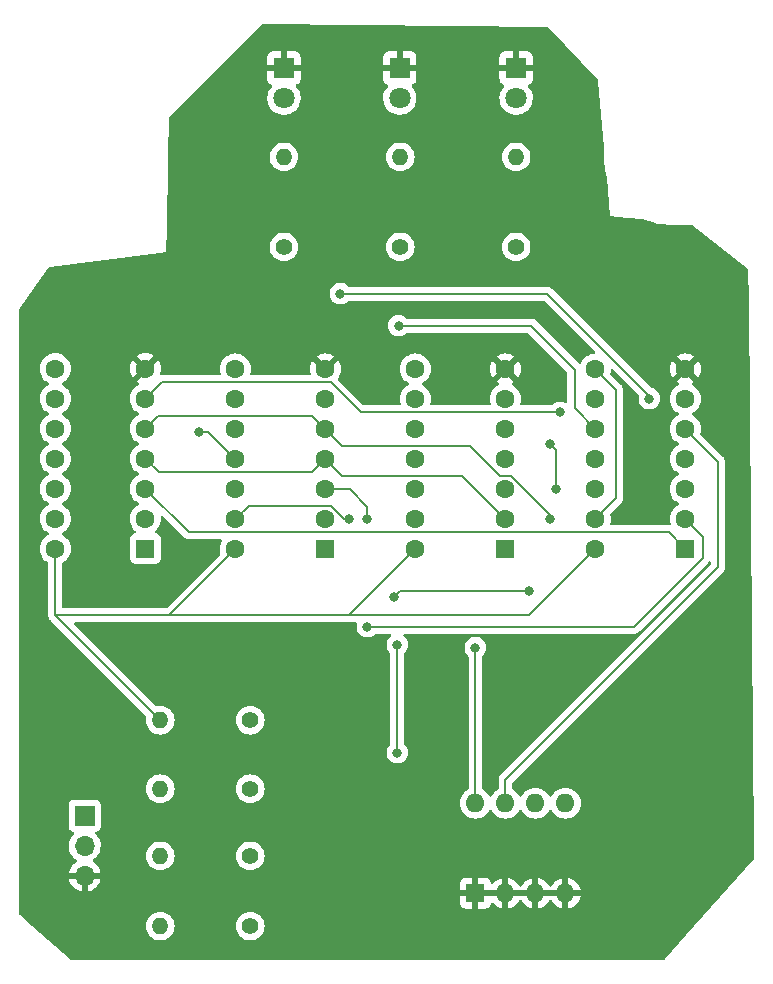
<source format=gbl>
%TF.GenerationSoftware,KiCad,Pcbnew,(6.0.2)*%
%TF.CreationDate,2022-11-27T18:43:32-05:00*%
%TF.ProjectId,ECE436_Project,45434534-3336-45f5-9072-6f6a6563742e,rev?*%
%TF.SameCoordinates,Original*%
%TF.FileFunction,Copper,L2,Bot*%
%TF.FilePolarity,Positive*%
%FSLAX46Y46*%
G04 Gerber Fmt 4.6, Leading zero omitted, Abs format (unit mm)*
G04 Created by KiCad (PCBNEW (6.0.2)) date 2022-11-27 18:43:32*
%MOMM*%
%LPD*%
G01*
G04 APERTURE LIST*
%TA.AperFunction,ComponentPad*%
%ADD10C,1.600000*%
%TD*%
%TA.AperFunction,ComponentPad*%
%ADD11R,1.600000X1.600000*%
%TD*%
%TA.AperFunction,ComponentPad*%
%ADD12O,1.600000X1.600000*%
%TD*%
%TA.AperFunction,ComponentPad*%
%ADD13O,1.400000X1.400000*%
%TD*%
%TA.AperFunction,ComponentPad*%
%ADD14C,1.400000*%
%TD*%
%TA.AperFunction,ComponentPad*%
%ADD15O,1.700000X1.700000*%
%TD*%
%TA.AperFunction,ComponentPad*%
%ADD16R,1.700000X1.700000*%
%TD*%
%TA.AperFunction,ComponentPad*%
%ADD17C,1.800000*%
%TD*%
%TA.AperFunction,ComponentPad*%
%ADD18R,1.800000X1.800000*%
%TD*%
%TA.AperFunction,ViaPad*%
%ADD19C,0.800000*%
%TD*%
%TA.AperFunction,Conductor*%
%ADD20C,0.200000*%
%TD*%
%TA.AperFunction,Conductor*%
%ADD21C,0.152400*%
%TD*%
G04 APERTURE END LIST*
D10*
%TO.P,U1,14,VCC*%
%TO.N,/3V*%
X255270000Y-121950000D03*
%TO.P,U1,13,4B*%
%TO.N,Net-(U4-Pad10)*%
X255270000Y-119410000D03*
%TO.P,U1,12,4A*%
%TO.N,Net-(U4-Pad9)*%
X255270000Y-116870000D03*
%TO.P,U1,11,4Y*%
%TO.N,Net-(U1-Pad11)*%
X255270000Y-114330000D03*
%TO.P,U1,10,3B*%
%TO.N,Net-(U2-Pad6)*%
X255270000Y-111790000D03*
%TO.P,U1,9,3A*%
%TO.N,Net-(U4-Pad6)*%
X255270000Y-109250000D03*
%TO.P,U1,8,3Y*%
%TO.N,Net-(U4-Pad10)*%
X255270000Y-106710000D03*
%TO.P,U1,7,GND*%
%TO.N,GND*%
X262890000Y-106710000D03*
%TO.P,U1,6,2Y*%
%TO.N,Net-(U4-Pad9)*%
X262890000Y-109250000D03*
%TO.P,U1,5,2B*%
%TO.N,Net-(R2-Pad1)*%
X262890000Y-111790000D03*
%TO.P,U1,4,2A*%
%TO.N,Net-(R6-Pad1)*%
X262890000Y-114330000D03*
%TO.P,U1,3,1Y*%
%TO.N,Net-(U1-Pad3)*%
X262890000Y-116870000D03*
%TO.P,U1,2,1B*%
%TO.N,Net-(U1-Pad2)*%
X262890000Y-119410000D03*
D11*
%TO.P,U1,1,1A*%
%TO.N,Net-(U4-Pad3)*%
X262890000Y-121950000D03*
%TD*%
D10*
%TO.P,U2,14,VCC*%
%TO.N,/3V*%
X224790000Y-121950000D03*
%TO.P,U2,13,4B*%
%TO.N,Net-(U4-Pad10)*%
X224790000Y-119410000D03*
%TO.P,U2,12,4A*%
%TO.N,Net-(U4-Pad9)*%
X224790000Y-116870000D03*
%TO.P,U2,11,4Y*%
%TO.N,Net-(U3-Pad5)*%
X224790000Y-114330000D03*
%TO.P,U2,10,3B*%
%TO.N,Net-(U3-Pad3)*%
X224790000Y-111790000D03*
%TO.P,U2,9,3A*%
%TO.N,Net-(U1-Pad11)*%
X224790000Y-109250000D03*
%TO.P,U2,8,3Y*%
%TO.N,Net-(R7-Pad1)*%
X224790000Y-106710000D03*
%TO.P,U2,7,GND*%
%TO.N,GND*%
X232410000Y-106710000D03*
%TO.P,U2,6,2Y*%
%TO.N,Net-(U2-Pad6)*%
X232410000Y-109250000D03*
%TO.P,U2,5,2B*%
%TO.N,Net-(R3-Pad1)*%
X232410000Y-111790000D03*
%TO.P,U2,4,2A*%
%TO.N,Net-(R4-Pad1)*%
X232410000Y-114330000D03*
%TO.P,U2,3,1Y*%
%TO.N,Net-(U1-Pad2)*%
X232410000Y-116870000D03*
%TO.P,U2,2,1B*%
%TO.N,Net-(R2-Pad1)*%
X232410000Y-119410000D03*
D11*
%TO.P,U2,1,1A*%
%TO.N,Net-(R6-Pad1)*%
X232410000Y-121950000D03*
%TD*%
D10*
%TO.P,U4,14,VCC*%
%TO.N,/3V*%
X209550000Y-121920000D03*
%TO.P,U4,13,4B*%
%TO.N,unconnected-(U4-Pad13)*%
X209550000Y-119380000D03*
%TO.P,U4,12,4A*%
%TO.N,unconnected-(U4-Pad12)*%
X209550000Y-116840000D03*
%TO.P,U4,11,4Y*%
%TO.N,unconnected-(U4-Pad11)*%
X209550000Y-114300000D03*
%TO.P,U4,10,3B*%
%TO.N,Net-(U4-Pad10)*%
X209550000Y-111760000D03*
%TO.P,U4,9,3A*%
%TO.N,Net-(U4-Pad9)*%
X209550000Y-109220000D03*
%TO.P,U4,8,3Y*%
%TO.N,Net-(U4-Pad8)*%
X209550000Y-106680000D03*
%TO.P,U4,7,GND*%
%TO.N,GND*%
X217170000Y-106680000D03*
%TO.P,U4,6,2Y*%
%TO.N,Net-(U4-Pad6)*%
X217170000Y-109220000D03*
%TO.P,U4,5,2B*%
%TO.N,Net-(R3-Pad1)*%
X217170000Y-111760000D03*
%TO.P,U4,4,2A*%
%TO.N,Net-(R4-Pad1)*%
X217170000Y-114300000D03*
%TO.P,U4,3,1Y*%
%TO.N,Net-(U4-Pad3)*%
X217170000Y-116840000D03*
%TO.P,U4,2,1B*%
%TO.N,Net-(R2-Pad1)*%
X217170000Y-119380000D03*
D11*
%TO.P,U4,1,1A*%
%TO.N,Net-(R6-Pad1)*%
X217170000Y-121920000D03*
%TD*%
D10*
%TO.P,U3,14,VCC*%
%TO.N,/3V*%
X240030000Y-121950000D03*
%TO.P,U3,13,4B*%
%TO.N,unconnected-(U3-Pad13)*%
X240030000Y-119410000D03*
%TO.P,U3,12,4A*%
%TO.N,unconnected-(U3-Pad12)*%
X240030000Y-116870000D03*
%TO.P,U3,11,4Y*%
%TO.N,unconnected-(U3-Pad11)*%
X240030000Y-114330000D03*
%TO.P,U3,10,3B*%
%TO.N,unconnected-(U3-Pad10)*%
X240030000Y-111790000D03*
%TO.P,U3,9,3A*%
%TO.N,unconnected-(U3-Pad9)*%
X240030000Y-109250000D03*
%TO.P,U3,8,3Y*%
%TO.N,unconnected-(U3-Pad8)*%
X240030000Y-106710000D03*
%TO.P,U3,7,GND*%
%TO.N,GND*%
X247650000Y-106710000D03*
%TO.P,U3,6,2Y*%
%TO.N,Net-(R5-Pad1)*%
X247650000Y-109250000D03*
%TO.P,U3,5,2B*%
%TO.N,Net-(U3-Pad5)*%
X247650000Y-111790000D03*
%TO.P,U3,4,2A*%
%TO.N,Net-(U4-Pad8)*%
X247650000Y-114330000D03*
%TO.P,U3,3,1Y*%
%TO.N,Net-(U3-Pad3)*%
X247650000Y-116870000D03*
%TO.P,U3,2,1B*%
%TO.N,Net-(R4-Pad1)*%
X247650000Y-119410000D03*
D11*
%TO.P,U3,1,1A*%
%TO.N,Net-(R3-Pad1)*%
X247650000Y-121950000D03*
%TD*%
D12*
%TO.P,SW1,8*%
%TO.N,Net-(R3-Pad1)*%
X245120000Y-143467500D03*
%TO.P,SW1,7*%
%TO.N,Net-(R2-Pad1)*%
X247660000Y-143467500D03*
%TO.P,SW1,6*%
%TO.N,Net-(R4-Pad1)*%
X250200000Y-143467500D03*
%TO.P,SW1,5*%
%TO.N,Net-(R6-Pad1)*%
X252740000Y-143467500D03*
%TO.P,SW1,4*%
%TO.N,GND*%
X252740000Y-151087500D03*
%TO.P,SW1,3*%
X250200000Y-151087500D03*
%TO.P,SW1,2*%
X247660000Y-151087500D03*
D11*
%TO.P,SW1,1*%
X245120000Y-151087500D03*
%TD*%
D13*
%TO.P,R7,2*%
%TO.N,Net-(D1-Pad2)*%
X228904800Y-88752600D03*
D14*
%TO.P,R7,1*%
%TO.N,Net-(R7-Pad1)*%
X228904800Y-96372600D03*
%TD*%
D13*
%TO.P,R6,2*%
%TO.N,/3V*%
X218440000Y-136448800D03*
D14*
%TO.P,R6,1*%
%TO.N,Net-(R6-Pad1)*%
X226060000Y-136448800D03*
%TD*%
%TO.P,R5,1*%
%TO.N,Net-(R5-Pad1)*%
X238760000Y-96372600D03*
D13*
%TO.P,R5,2*%
%TO.N,Net-(R5-Pad2)*%
X238760000Y-88752600D03*
%TD*%
%TO.P,R4,2*%
%TO.N,/3V*%
X218440000Y-142240000D03*
D14*
%TO.P,R4,1*%
%TO.N,Net-(R4-Pad1)*%
X226060000Y-142240000D03*
%TD*%
%TO.P,R3,1*%
%TO.N,Net-(R3-Pad1)*%
X226060000Y-147929600D03*
D13*
%TO.P,R3,2*%
%TO.N,/3V*%
X218440000Y-147929600D03*
%TD*%
%TO.P,R2,2*%
%TO.N,/3V*%
X218440000Y-153873200D03*
D14*
%TO.P,R2,1*%
%TO.N,Net-(R2-Pad1)*%
X226060000Y-153873200D03*
%TD*%
%TO.P,R1,1*%
%TO.N,Net-(U1-Pad3)*%
X248564400Y-96372600D03*
D13*
%TO.P,R1,2*%
%TO.N,Net-(R1-Pad2)*%
X248564400Y-88752600D03*
%TD*%
D15*
%TO.P,J1,3,Pin_3*%
%TO.N,GND*%
X212039200Y-149606000D03*
%TO.P,J1,2,Pin_2*%
%TO.N,unconnected-(J1-Pad2)*%
X212039200Y-147066000D03*
D16*
%TO.P,J1,1,Pin_1*%
%TO.N,/3V*%
X212039200Y-144526000D03*
%TD*%
D17*
%TO.P,D4,2,A*%
%TO.N,Net-(R5-Pad2)*%
X238709200Y-83769200D03*
D18*
%TO.P,D4,1,K*%
%TO.N,GND*%
X238709200Y-81229200D03*
%TD*%
%TO.P,D3,1,K*%
%TO.N,GND*%
X248564400Y-81229200D03*
D17*
%TO.P,D3,2,A*%
%TO.N,Net-(R1-Pad2)*%
X248564400Y-83769200D03*
%TD*%
%TO.P,D1,2,A*%
%TO.N,Net-(D1-Pad2)*%
X228904800Y-83769200D03*
D18*
%TO.P,D1,1,K*%
%TO.N,GND*%
X228904800Y-81229200D03*
%TD*%
D19*
%TO.N,Net-(U2-Pad6)*%
X238607600Y-103047800D03*
%TO.N,Net-(U3-Pad3)*%
X251968000Y-116840000D03*
X251460000Y-113030000D03*
%TO.N,Net-(U1-Pad11)*%
X259842000Y-109220000D03*
X233680000Y-100330000D03*
%TO.N,Net-(U3-Pad5)*%
X221742000Y-112014000D03*
%TO.N,Net-(U4-Pad6)*%
X252264211Y-110374511D03*
%TO.N,Net-(U4-Pad10)*%
X234442000Y-119380000D03*
X238252000Y-125984000D03*
X249682000Y-125476000D03*
%TO.N,Net-(U1-Pad2)*%
X235966000Y-128524000D03*
X235966000Y-119380000D03*
%TO.N,Net-(R4-Pad1)*%
X238506000Y-130048000D03*
X238506000Y-139192000D03*
%TO.N,Net-(R3-Pad1)*%
X245110000Y-130302000D03*
X251460000Y-119380000D03*
%TD*%
D20*
%TO.N,Net-(U2-Pad6)*%
X253517400Y-110037400D02*
X255270000Y-111790000D01*
X253517400Y-106756200D02*
X253517400Y-110037400D01*
X249809000Y-103047800D02*
X253517400Y-106756200D01*
X238607600Y-103047800D02*
X249809000Y-103047800D01*
D21*
%TO.N,Net-(U3-Pad3)*%
X251968000Y-113538000D02*
X251968000Y-116840000D01*
X251460000Y-113030000D02*
X251968000Y-113538000D01*
%TO.N,Net-(U1-Pad11)*%
X259842000Y-108957386D02*
X259842000Y-109220000D01*
X251214614Y-100330000D02*
X259842000Y-108957386D01*
X233680000Y-100330000D02*
X251214614Y-100330000D01*
%TO.N,Net-(U3-Pad5)*%
X222474000Y-112014000D02*
X224790000Y-114330000D01*
X221742000Y-112014000D02*
X222474000Y-112014000D01*
%TO.N,Net-(U4-Pad10)*%
X225914511Y-118285489D02*
X224790000Y-119410000D01*
X232875789Y-118285489D02*
X225914511Y-118285489D01*
X233970300Y-119380000D02*
X232875789Y-118285489D01*
X234442000Y-119380000D02*
X233970300Y-119380000D01*
%TO.N,Net-(U1-Pad2)*%
X235966000Y-118364000D02*
X235966000Y-119380000D01*
X234472000Y-116870000D02*
X235966000Y-118364000D01*
X232410000Y-116870000D02*
X234472000Y-116870000D01*
%TO.N,Net-(U4-Pad10)*%
X238760000Y-125476000D02*
X238252000Y-125984000D01*
X249682000Y-125476000D02*
X238760000Y-125476000D01*
X257048000Y-108488000D02*
X257048000Y-117632000D01*
X257048000Y-117632000D02*
X255270000Y-119410000D01*
X255270000Y-106710000D02*
X257048000Y-108488000D01*
%TO.N,Net-(U1-Pad2)*%
X264414000Y-120904000D02*
X264384000Y-120904000D01*
X264414000Y-122675022D02*
X264414000Y-120904000D01*
X258565022Y-128524000D02*
X264414000Y-122675022D01*
X264384000Y-120904000D02*
X262890000Y-119410000D01*
X235966000Y-128524000D02*
X258565022Y-128524000D01*
%TO.N,Net-(R4-Pad1)*%
X238506000Y-139192000D02*
X238506000Y-130048000D01*
%TO.N,Net-(R2-Pad1)*%
X265684000Y-114584000D02*
X262890000Y-111790000D01*
X265684000Y-123444000D02*
X265684000Y-114584000D01*
X247660000Y-141468000D02*
X265684000Y-123444000D01*
X247660000Y-143467500D02*
X247660000Y-141468000D01*
%TO.N,Net-(R3-Pad1)*%
X245120000Y-130312000D02*
X245110000Y-130302000D01*
X245120000Y-143467500D02*
X245120000Y-130312000D01*
%TO.N,Net-(R4-Pad1)*%
X218324511Y-115454511D02*
X231285489Y-115454511D01*
X217170000Y-114300000D02*
X218324511Y-115454511D01*
X231285489Y-115454511D02*
X232410000Y-114330000D01*
%TO.N,Net-(U4-Pad6)*%
X218555489Y-107834511D02*
X217170000Y-109220000D01*
X232875789Y-107834511D02*
X218555489Y-107834511D01*
X235415789Y-110374511D02*
X232875789Y-107834511D01*
X252264211Y-110374511D02*
X235415789Y-110374511D01*
%TO.N,Net-(R3-Pad1)*%
X251460000Y-119089700D02*
X251460000Y-119380000D01*
X248115789Y-115745489D02*
X251460000Y-119089700D01*
X247184211Y-115745489D02*
X248115789Y-115745489D01*
X233825489Y-113205489D02*
X244644211Y-113205489D01*
X244644211Y-113205489D02*
X247184211Y-115745489D01*
X232410000Y-111790000D02*
X233825489Y-113205489D01*
X231285489Y-110665489D02*
X232410000Y-111790000D01*
X218264511Y-110665489D02*
X231285489Y-110665489D01*
X217170000Y-111760000D02*
X218264511Y-110665489D01*
%TO.N,Net-(R4-Pad1)*%
X243985489Y-115745489D02*
X247650000Y-119410000D01*
X233825489Y-115745489D02*
X243985489Y-115745489D01*
X232410000Y-114330000D02*
X233825489Y-115745489D01*
%TO.N,Net-(U4-Pad3)*%
X220864511Y-120534511D02*
X261474511Y-120534511D01*
X217170000Y-116840000D02*
X220864511Y-120534511D01*
X261474511Y-120534511D02*
X262890000Y-121950000D01*
%TO.N,/3V*%
X249661200Y-127558800D02*
X255270000Y-121950000D01*
X234421200Y-127558800D02*
X249661200Y-127558800D01*
X234421200Y-127558800D02*
X240030000Y-121950000D01*
X219181200Y-127558800D02*
X234421200Y-127558800D01*
X219181200Y-127558800D02*
X224790000Y-121950000D01*
X209550000Y-127558800D02*
X219181200Y-127558800D01*
X209550000Y-127558800D02*
X209550000Y-121920000D01*
X218440000Y-136448800D02*
X209550000Y-127558800D01*
%TD*%
%TA.AperFunction,Conductor*%
%TO.N,GND*%
G36*
X251152475Y-77723437D02*
G01*
X251220382Y-77744155D01*
X251242753Y-77762915D01*
X255493971Y-82264205D01*
X255526202Y-82327464D01*
X255527872Y-82339564D01*
X256031505Y-88005431D01*
X256032000Y-88016587D01*
X256032000Y-88846793D01*
X256030254Y-88867697D01*
X256026929Y-88887461D01*
X256026776Y-88900000D01*
X256027466Y-88904815D01*
X256027782Y-88909674D01*
X256027779Y-88909674D01*
X256028289Y-88915273D01*
X256044928Y-89338768D01*
X256045217Y-89341213D01*
X256045218Y-89341221D01*
X256067309Y-89527864D01*
X256096540Y-89774830D01*
X256182205Y-90205499D01*
X256182875Y-90207875D01*
X256182878Y-90207887D01*
X256244519Y-90426445D01*
X256248755Y-90449488D01*
X256540000Y-93726000D01*
X257985008Y-93886556D01*
X259419711Y-94045968D01*
X259458548Y-94056771D01*
X259479915Y-94066621D01*
X259482227Y-94067474D01*
X259482232Y-94067476D01*
X259508631Y-94077215D01*
X259891881Y-94218603D01*
X259894265Y-94219275D01*
X259894270Y-94219277D01*
X260312113Y-94337122D01*
X260312125Y-94337125D01*
X260314501Y-94337795D01*
X260316921Y-94338276D01*
X260316932Y-94338279D01*
X260593065Y-94393205D01*
X260745170Y-94423460D01*
X260917014Y-94443799D01*
X261178779Y-94474782D01*
X261178787Y-94474783D01*
X261181232Y-94475072D01*
X261302242Y-94479827D01*
X261589722Y-94491122D01*
X261597806Y-94491957D01*
X261597817Y-94491829D01*
X261602659Y-94492263D01*
X261607461Y-94493071D01*
X261613842Y-94493149D01*
X261615141Y-94493165D01*
X261615145Y-94493165D01*
X261620000Y-94493224D01*
X261647588Y-94489273D01*
X261665451Y-94488000D01*
X263354258Y-94488000D01*
X263422379Y-94508002D01*
X263432333Y-94515105D01*
X268176698Y-98260656D01*
X268217770Y-98318565D01*
X268224615Y-98358264D01*
X268250155Y-100861226D01*
X268726103Y-147504138D01*
X268726048Y-147509382D01*
X268713078Y-147922097D01*
X268712581Y-147929997D01*
X268698014Y-148084101D01*
X268671690Y-148150037D01*
X268667059Y-148155600D01*
X262938061Y-154648464D01*
X261149620Y-156675364D01*
X261089551Y-156713210D01*
X261055140Y-156718000D01*
X210867641Y-156718000D01*
X210799520Y-156697998D01*
X210784277Y-156686480D01*
X208950414Y-155068365D01*
X207595893Y-153873200D01*
X217226884Y-153873200D01*
X217245314Y-154083855D01*
X217246738Y-154089168D01*
X217246738Y-154089170D01*
X217257175Y-154128119D01*
X217300044Y-154288110D01*
X217389411Y-154479758D01*
X217510699Y-154652976D01*
X217660224Y-154802501D01*
X217833442Y-154923789D01*
X217838420Y-154926110D01*
X217838423Y-154926112D01*
X217865753Y-154938856D01*
X218025090Y-155013156D01*
X218030398Y-155014578D01*
X218030400Y-155014579D01*
X218224030Y-155066462D01*
X218224032Y-155066462D01*
X218229345Y-155067886D01*
X218440000Y-155086316D01*
X218650655Y-155067886D01*
X218655968Y-155066462D01*
X218655970Y-155066462D01*
X218849600Y-155014579D01*
X218849602Y-155014578D01*
X218854910Y-155013156D01*
X219014247Y-154938856D01*
X219041577Y-154926112D01*
X219041580Y-154926110D01*
X219046558Y-154923789D01*
X219219776Y-154802501D01*
X219369301Y-154652976D01*
X219490589Y-154479758D01*
X219579956Y-154288110D01*
X219622826Y-154128119D01*
X219633262Y-154089170D01*
X219633262Y-154089168D01*
X219634686Y-154083855D01*
X219653116Y-153873200D01*
X224846884Y-153873200D01*
X224865314Y-154083855D01*
X224866738Y-154089168D01*
X224866738Y-154089170D01*
X224877175Y-154128119D01*
X224920044Y-154288110D01*
X225009411Y-154479758D01*
X225130699Y-154652976D01*
X225280224Y-154802501D01*
X225453442Y-154923789D01*
X225458420Y-154926110D01*
X225458423Y-154926112D01*
X225485753Y-154938856D01*
X225645090Y-155013156D01*
X225650398Y-155014578D01*
X225650400Y-155014579D01*
X225844030Y-155066462D01*
X225844032Y-155066462D01*
X225849345Y-155067886D01*
X226060000Y-155086316D01*
X226270655Y-155067886D01*
X226275968Y-155066462D01*
X226275970Y-155066462D01*
X226469600Y-155014579D01*
X226469602Y-155014578D01*
X226474910Y-155013156D01*
X226634247Y-154938856D01*
X226661577Y-154926112D01*
X226661580Y-154926110D01*
X226666558Y-154923789D01*
X226839776Y-154802501D01*
X226989301Y-154652976D01*
X227110589Y-154479758D01*
X227199956Y-154288110D01*
X227242826Y-154128119D01*
X227253262Y-154089170D01*
X227253262Y-154089168D01*
X227254686Y-154083855D01*
X227273116Y-153873200D01*
X227254686Y-153662545D01*
X227199956Y-153458290D01*
X227110589Y-153266642D01*
X226989301Y-153093424D01*
X226839776Y-152943899D01*
X226666558Y-152822611D01*
X226661580Y-152820290D01*
X226661577Y-152820288D01*
X226479892Y-152735567D01*
X226479891Y-152735566D01*
X226474910Y-152733244D01*
X226469602Y-152731822D01*
X226469600Y-152731821D01*
X226275970Y-152679938D01*
X226275968Y-152679938D01*
X226270655Y-152678514D01*
X226060000Y-152660084D01*
X225849345Y-152678514D01*
X225844032Y-152679938D01*
X225844030Y-152679938D01*
X225650400Y-152731821D01*
X225650398Y-152731822D01*
X225645090Y-152733244D01*
X225640109Y-152735566D01*
X225640108Y-152735567D01*
X225458423Y-152820288D01*
X225458420Y-152820290D01*
X225453442Y-152822611D01*
X225280224Y-152943899D01*
X225130699Y-153093424D01*
X225009411Y-153266642D01*
X224920044Y-153458290D01*
X224865314Y-153662545D01*
X224846884Y-153873200D01*
X219653116Y-153873200D01*
X219634686Y-153662545D01*
X219579956Y-153458290D01*
X219490589Y-153266642D01*
X219369301Y-153093424D01*
X219219776Y-152943899D01*
X219046558Y-152822611D01*
X219041580Y-152820290D01*
X219041577Y-152820288D01*
X218859892Y-152735567D01*
X218859891Y-152735566D01*
X218854910Y-152733244D01*
X218849602Y-152731822D01*
X218849600Y-152731821D01*
X218655970Y-152679938D01*
X218655968Y-152679938D01*
X218650655Y-152678514D01*
X218440000Y-152660084D01*
X218229345Y-152678514D01*
X218224032Y-152679938D01*
X218224030Y-152679938D01*
X218030400Y-152731821D01*
X218030398Y-152731822D01*
X218025090Y-152733244D01*
X218020109Y-152735566D01*
X218020108Y-152735567D01*
X217838423Y-152820288D01*
X217838420Y-152820290D01*
X217833442Y-152822611D01*
X217660224Y-152943899D01*
X217510699Y-153093424D01*
X217389411Y-153266642D01*
X217300044Y-153458290D01*
X217245314Y-153662545D01*
X217226884Y-153873200D01*
X207595893Y-153873200D01*
X206544636Y-152945620D01*
X206506790Y-152885551D01*
X206502000Y-152851140D01*
X206502000Y-151932169D01*
X243812001Y-151932169D01*
X243812371Y-151938990D01*
X243817895Y-151989852D01*
X243821521Y-152005104D01*
X243866676Y-152125554D01*
X243875214Y-152141149D01*
X243951715Y-152243224D01*
X243964276Y-152255785D01*
X244066351Y-152332286D01*
X244081946Y-152340824D01*
X244202394Y-152385978D01*
X244217649Y-152389605D01*
X244268514Y-152395131D01*
X244275328Y-152395500D01*
X244847885Y-152395500D01*
X244863124Y-152391025D01*
X244864329Y-152389635D01*
X244866000Y-152381952D01*
X244866000Y-152377384D01*
X245374000Y-152377384D01*
X245378475Y-152392623D01*
X245379865Y-152393828D01*
X245387548Y-152395499D01*
X245964669Y-152395499D01*
X245971490Y-152395129D01*
X246022352Y-152389605D01*
X246037604Y-152385979D01*
X246158054Y-152340824D01*
X246173649Y-152332286D01*
X246275724Y-152255785D01*
X246288285Y-152243224D01*
X246364786Y-152141149D01*
X246373324Y-152125554D01*
X246418478Y-152005106D01*
X246422104Y-151989857D01*
X246422561Y-151985649D01*
X246423832Y-151982590D01*
X246423932Y-151982169D01*
X246424000Y-151982185D01*
X246449801Y-151920086D01*
X246508163Y-151879657D01*
X246579117Y-151877199D01*
X246640136Y-151913492D01*
X246650972Y-151926900D01*
X246658084Y-151935375D01*
X246812125Y-152089416D01*
X246820533Y-152096472D01*
X246998993Y-152221431D01*
X247008489Y-152226914D01*
X247205947Y-152318990D01*
X247216239Y-152322736D01*
X247388503Y-152368894D01*
X247402599Y-152368558D01*
X247406000Y-152360616D01*
X247406000Y-152355467D01*
X247914000Y-152355467D01*
X247917973Y-152368998D01*
X247926522Y-152370227D01*
X248103761Y-152322736D01*
X248114053Y-152318990D01*
X248311511Y-152226914D01*
X248321007Y-152221431D01*
X248499467Y-152096472D01*
X248507875Y-152089416D01*
X248661916Y-151935375D01*
X248668972Y-151926967D01*
X248793931Y-151748507D01*
X248799414Y-151739011D01*
X248815805Y-151703859D01*
X248862722Y-151650574D01*
X248930999Y-151631113D01*
X248998959Y-151651655D01*
X249044195Y-151703859D01*
X249060586Y-151739011D01*
X249066069Y-151748507D01*
X249191028Y-151926967D01*
X249198084Y-151935375D01*
X249352125Y-152089416D01*
X249360533Y-152096472D01*
X249538993Y-152221431D01*
X249548489Y-152226914D01*
X249745947Y-152318990D01*
X249756239Y-152322736D01*
X249928503Y-152368894D01*
X249942599Y-152368558D01*
X249946000Y-152360616D01*
X249946000Y-152355467D01*
X250454000Y-152355467D01*
X250457973Y-152368998D01*
X250466522Y-152370227D01*
X250643761Y-152322736D01*
X250654053Y-152318990D01*
X250851511Y-152226914D01*
X250861007Y-152221431D01*
X251039467Y-152096472D01*
X251047875Y-152089416D01*
X251201916Y-151935375D01*
X251208972Y-151926967D01*
X251333931Y-151748507D01*
X251339414Y-151739011D01*
X251355805Y-151703859D01*
X251402722Y-151650574D01*
X251470999Y-151631113D01*
X251538959Y-151651655D01*
X251584195Y-151703859D01*
X251600586Y-151739011D01*
X251606069Y-151748507D01*
X251731028Y-151926967D01*
X251738084Y-151935375D01*
X251892125Y-152089416D01*
X251900533Y-152096472D01*
X252078993Y-152221431D01*
X252088489Y-152226914D01*
X252285947Y-152318990D01*
X252296239Y-152322736D01*
X252468503Y-152368894D01*
X252482599Y-152368558D01*
X252486000Y-152360616D01*
X252486000Y-152355467D01*
X252994000Y-152355467D01*
X252997973Y-152368998D01*
X253006522Y-152370227D01*
X253183761Y-152322736D01*
X253194053Y-152318990D01*
X253391511Y-152226914D01*
X253401007Y-152221431D01*
X253579467Y-152096472D01*
X253587875Y-152089416D01*
X253741916Y-151935375D01*
X253748972Y-151926967D01*
X253873931Y-151748507D01*
X253879414Y-151739011D01*
X253971490Y-151541553D01*
X253975236Y-151531261D01*
X254021394Y-151358997D01*
X254021058Y-151344901D01*
X254013116Y-151341500D01*
X253012115Y-151341500D01*
X252996876Y-151345975D01*
X252995671Y-151347365D01*
X252994000Y-151355048D01*
X252994000Y-152355467D01*
X252486000Y-152355467D01*
X252486000Y-151359615D01*
X252481525Y-151344376D01*
X252480135Y-151343171D01*
X252472452Y-151341500D01*
X250472115Y-151341500D01*
X250456876Y-151345975D01*
X250455671Y-151347365D01*
X250454000Y-151355048D01*
X250454000Y-152355467D01*
X249946000Y-152355467D01*
X249946000Y-151359615D01*
X249941525Y-151344376D01*
X249940135Y-151343171D01*
X249932452Y-151341500D01*
X247932115Y-151341500D01*
X247916876Y-151345975D01*
X247915671Y-151347365D01*
X247914000Y-151355048D01*
X247914000Y-152355467D01*
X247406000Y-152355467D01*
X247406000Y-151359615D01*
X247401525Y-151344376D01*
X247400135Y-151343171D01*
X247392452Y-151341500D01*
X245392115Y-151341500D01*
X245376876Y-151345975D01*
X245375671Y-151347365D01*
X245374000Y-151355048D01*
X245374000Y-152377384D01*
X244866000Y-152377384D01*
X244866000Y-151359615D01*
X244861525Y-151344376D01*
X244860135Y-151343171D01*
X244852452Y-151341500D01*
X243830116Y-151341500D01*
X243814877Y-151345975D01*
X243813672Y-151347365D01*
X243812001Y-151355048D01*
X243812001Y-151932169D01*
X206502000Y-151932169D01*
X206502000Y-149873966D01*
X210707457Y-149873966D01*
X210737765Y-150008446D01*
X210740845Y-150018275D01*
X210820970Y-150215603D01*
X210825613Y-150224794D01*
X210936894Y-150406388D01*
X210942977Y-150414699D01*
X211082413Y-150575667D01*
X211089780Y-150582883D01*
X211253634Y-150718916D01*
X211262081Y-150724831D01*
X211445956Y-150832279D01*
X211455242Y-150836729D01*
X211654201Y-150912703D01*
X211664099Y-150915579D01*
X211767450Y-150936606D01*
X211781499Y-150935410D01*
X211785200Y-150925065D01*
X211785200Y-150924517D01*
X212293200Y-150924517D01*
X212297264Y-150938359D01*
X212310678Y-150940393D01*
X212317384Y-150939534D01*
X212327462Y-150937392D01*
X212531455Y-150876191D01*
X212541042Y-150872433D01*
X212657491Y-150815385D01*
X243812000Y-150815385D01*
X243816475Y-150830624D01*
X243817865Y-150831829D01*
X243825548Y-150833500D01*
X244847885Y-150833500D01*
X244863124Y-150829025D01*
X244864329Y-150827635D01*
X244866000Y-150819952D01*
X244866000Y-150815385D01*
X245374000Y-150815385D01*
X245378475Y-150830624D01*
X245379865Y-150831829D01*
X245387548Y-150833500D01*
X247387885Y-150833500D01*
X247403124Y-150829025D01*
X247404329Y-150827635D01*
X247406000Y-150819952D01*
X247406000Y-150815385D01*
X247914000Y-150815385D01*
X247918475Y-150830624D01*
X247919865Y-150831829D01*
X247927548Y-150833500D01*
X249927885Y-150833500D01*
X249943124Y-150829025D01*
X249944329Y-150827635D01*
X249946000Y-150819952D01*
X249946000Y-150815385D01*
X250454000Y-150815385D01*
X250458475Y-150830624D01*
X250459865Y-150831829D01*
X250467548Y-150833500D01*
X252467885Y-150833500D01*
X252483124Y-150829025D01*
X252484329Y-150827635D01*
X252486000Y-150819952D01*
X252486000Y-150815385D01*
X252994000Y-150815385D01*
X252998475Y-150830624D01*
X252999865Y-150831829D01*
X253007548Y-150833500D01*
X254007967Y-150833500D01*
X254021498Y-150829527D01*
X254022727Y-150820978D01*
X253975236Y-150643739D01*
X253971490Y-150633447D01*
X253879414Y-150435989D01*
X253873931Y-150426493D01*
X253748972Y-150248033D01*
X253741916Y-150239625D01*
X253587875Y-150085584D01*
X253579467Y-150078528D01*
X253401007Y-149953569D01*
X253391511Y-149948086D01*
X253194053Y-149856010D01*
X253183761Y-149852264D01*
X253011497Y-149806106D01*
X252997401Y-149806442D01*
X252994000Y-149814384D01*
X252994000Y-150815385D01*
X252486000Y-150815385D01*
X252486000Y-149819533D01*
X252482027Y-149806002D01*
X252473478Y-149804773D01*
X252296239Y-149852264D01*
X252285947Y-149856010D01*
X252088489Y-149948086D01*
X252078993Y-149953569D01*
X251900533Y-150078528D01*
X251892125Y-150085584D01*
X251738084Y-150239625D01*
X251731028Y-150248033D01*
X251606069Y-150426493D01*
X251600586Y-150435989D01*
X251584195Y-150471141D01*
X251537278Y-150524426D01*
X251469001Y-150543887D01*
X251401041Y-150523345D01*
X251355805Y-150471141D01*
X251339414Y-150435989D01*
X251333931Y-150426493D01*
X251208972Y-150248033D01*
X251201916Y-150239625D01*
X251047875Y-150085584D01*
X251039467Y-150078528D01*
X250861007Y-149953569D01*
X250851511Y-149948086D01*
X250654053Y-149856010D01*
X250643761Y-149852264D01*
X250471497Y-149806106D01*
X250457401Y-149806442D01*
X250454000Y-149814384D01*
X250454000Y-150815385D01*
X249946000Y-150815385D01*
X249946000Y-149819533D01*
X249942027Y-149806002D01*
X249933478Y-149804773D01*
X249756239Y-149852264D01*
X249745947Y-149856010D01*
X249548489Y-149948086D01*
X249538993Y-149953569D01*
X249360533Y-150078528D01*
X249352125Y-150085584D01*
X249198084Y-150239625D01*
X249191028Y-150248033D01*
X249066069Y-150426493D01*
X249060586Y-150435989D01*
X249044195Y-150471141D01*
X248997278Y-150524426D01*
X248929001Y-150543887D01*
X248861041Y-150523345D01*
X248815805Y-150471141D01*
X248799414Y-150435989D01*
X248793931Y-150426493D01*
X248668972Y-150248033D01*
X248661916Y-150239625D01*
X248507875Y-150085584D01*
X248499467Y-150078528D01*
X248321007Y-149953569D01*
X248311511Y-149948086D01*
X248114053Y-149856010D01*
X248103761Y-149852264D01*
X247931497Y-149806106D01*
X247917401Y-149806442D01*
X247914000Y-149814384D01*
X247914000Y-150815385D01*
X247406000Y-150815385D01*
X247406000Y-149819533D01*
X247402027Y-149806002D01*
X247393478Y-149804773D01*
X247216239Y-149852264D01*
X247205947Y-149856010D01*
X247008489Y-149948086D01*
X246998993Y-149953569D01*
X246820533Y-150078528D01*
X246812125Y-150085584D01*
X246658084Y-150239625D01*
X246647493Y-150252246D01*
X246646643Y-150251532D01*
X246595578Y-150292348D01*
X246524959Y-150299656D01*
X246461599Y-150267623D01*
X246425615Y-150206421D01*
X246422562Y-150189355D01*
X246422105Y-150185147D01*
X246418479Y-150169896D01*
X246373324Y-150049446D01*
X246364786Y-150033851D01*
X246288285Y-149931776D01*
X246275724Y-149919215D01*
X246173649Y-149842714D01*
X246158054Y-149834176D01*
X246037606Y-149789022D01*
X246022351Y-149785395D01*
X245971486Y-149779869D01*
X245964672Y-149779500D01*
X245392115Y-149779500D01*
X245376876Y-149783975D01*
X245375671Y-149785365D01*
X245374000Y-149793048D01*
X245374000Y-150815385D01*
X244866000Y-150815385D01*
X244866000Y-149797616D01*
X244861525Y-149782377D01*
X244860135Y-149781172D01*
X244852452Y-149779501D01*
X244275331Y-149779501D01*
X244268510Y-149779871D01*
X244217648Y-149785395D01*
X244202396Y-149789021D01*
X244081946Y-149834176D01*
X244066351Y-149842714D01*
X243964276Y-149919215D01*
X243951715Y-149931776D01*
X243875214Y-150033851D01*
X243866676Y-150049446D01*
X243821522Y-150169894D01*
X243817895Y-150185149D01*
X243812369Y-150236014D01*
X243812000Y-150242828D01*
X243812000Y-150815385D01*
X212657491Y-150815385D01*
X212732295Y-150778739D01*
X212741145Y-150773464D01*
X212914528Y-150649792D01*
X212922400Y-150643139D01*
X213073252Y-150492812D01*
X213079930Y-150484965D01*
X213204203Y-150312020D01*
X213209513Y-150303183D01*
X213303870Y-150112267D01*
X213307669Y-150102672D01*
X213369577Y-149898910D01*
X213371755Y-149888837D01*
X213373186Y-149877962D01*
X213370975Y-149863778D01*
X213357817Y-149860000D01*
X212311315Y-149860000D01*
X212296076Y-149864475D01*
X212294871Y-149865865D01*
X212293200Y-149873548D01*
X212293200Y-150924517D01*
X211785200Y-150924517D01*
X211785200Y-149878115D01*
X211780725Y-149862876D01*
X211779335Y-149861671D01*
X211771652Y-149860000D01*
X210722425Y-149860000D01*
X210708894Y-149863973D01*
X210707457Y-149873966D01*
X206502000Y-149873966D01*
X206502000Y-147032695D01*
X210676451Y-147032695D01*
X210676748Y-147037848D01*
X210676748Y-147037851D01*
X210689012Y-147250547D01*
X210689310Y-147255715D01*
X210690447Y-147260761D01*
X210690448Y-147260767D01*
X210706623Y-147332539D01*
X210738422Y-147473639D01*
X210822466Y-147680616D01*
X210939187Y-147871088D01*
X211085450Y-148039938D01*
X211257326Y-148182632D01*
X211331155Y-148225774D01*
X211379879Y-148277412D01*
X211392950Y-148347195D01*
X211366219Y-148412967D01*
X211325762Y-148446327D01*
X211317657Y-148450546D01*
X211308938Y-148456036D01*
X211138633Y-148583905D01*
X211130926Y-148590748D01*
X210983790Y-148744717D01*
X210977304Y-148752727D01*
X210857298Y-148928649D01*
X210852200Y-148937623D01*
X210762538Y-149130783D01*
X210758975Y-149140470D01*
X210703589Y-149340183D01*
X210705112Y-149348607D01*
X210717492Y-149352000D01*
X213357544Y-149352000D01*
X213371075Y-149348027D01*
X213372380Y-149338947D01*
X213330414Y-149171875D01*
X213327094Y-149162124D01*
X213242172Y-148966814D01*
X213237305Y-148957739D01*
X213121626Y-148778926D01*
X213115336Y-148770757D01*
X212972006Y-148613240D01*
X212964473Y-148606215D01*
X212797339Y-148474222D01*
X212788756Y-148468520D01*
X212751802Y-148448120D01*
X212701831Y-148397687D01*
X212687059Y-148328245D01*
X212712175Y-148261839D01*
X212739527Y-148235232D01*
X212762997Y-148218491D01*
X212919060Y-148107173D01*
X213077296Y-147949489D01*
X213087654Y-147935075D01*
X213091588Y-147929600D01*
X217226884Y-147929600D01*
X217245314Y-148140255D01*
X217300044Y-148344510D01*
X217302366Y-148349491D01*
X217302367Y-148349492D01*
X217360530Y-148474222D01*
X217389411Y-148536158D01*
X217510699Y-148709376D01*
X217660224Y-148858901D01*
X217833442Y-148980189D01*
X217838420Y-148982510D01*
X217838423Y-148982512D01*
X218020108Y-149067233D01*
X218025090Y-149069556D01*
X218030398Y-149070978D01*
X218030400Y-149070979D01*
X218224030Y-149122862D01*
X218224032Y-149122862D01*
X218229345Y-149124286D01*
X218440000Y-149142716D01*
X218650655Y-149124286D01*
X218655968Y-149122862D01*
X218655970Y-149122862D01*
X218849600Y-149070979D01*
X218849602Y-149070978D01*
X218854910Y-149069556D01*
X218859892Y-149067233D01*
X219041577Y-148982512D01*
X219041580Y-148982510D01*
X219046558Y-148980189D01*
X219219776Y-148858901D01*
X219369301Y-148709376D01*
X219490589Y-148536158D01*
X219519471Y-148474222D01*
X219577633Y-148349492D01*
X219577634Y-148349491D01*
X219579956Y-148344510D01*
X219634686Y-148140255D01*
X219653116Y-147929600D01*
X224846884Y-147929600D01*
X224865314Y-148140255D01*
X224920044Y-148344510D01*
X224922366Y-148349491D01*
X224922367Y-148349492D01*
X224980530Y-148474222D01*
X225009411Y-148536158D01*
X225130699Y-148709376D01*
X225280224Y-148858901D01*
X225453442Y-148980189D01*
X225458420Y-148982510D01*
X225458423Y-148982512D01*
X225640108Y-149067233D01*
X225645090Y-149069556D01*
X225650398Y-149070978D01*
X225650400Y-149070979D01*
X225844030Y-149122862D01*
X225844032Y-149122862D01*
X225849345Y-149124286D01*
X226060000Y-149142716D01*
X226270655Y-149124286D01*
X226275968Y-149122862D01*
X226275970Y-149122862D01*
X226469600Y-149070979D01*
X226469602Y-149070978D01*
X226474910Y-149069556D01*
X226479892Y-149067233D01*
X226661577Y-148982512D01*
X226661580Y-148982510D01*
X226666558Y-148980189D01*
X226839776Y-148858901D01*
X226989301Y-148709376D01*
X227110589Y-148536158D01*
X227139471Y-148474222D01*
X227197633Y-148349492D01*
X227197634Y-148349491D01*
X227199956Y-148344510D01*
X227254686Y-148140255D01*
X227273116Y-147929600D01*
X227254686Y-147718945D01*
X227199956Y-147514690D01*
X227195036Y-147504138D01*
X227112912Y-147328023D01*
X227112910Y-147328020D01*
X227110589Y-147323042D01*
X226989301Y-147149824D01*
X226839776Y-147000299D01*
X226666558Y-146879011D01*
X226661580Y-146876690D01*
X226661577Y-146876688D01*
X226479892Y-146791967D01*
X226479891Y-146791966D01*
X226474910Y-146789644D01*
X226469602Y-146788222D01*
X226469600Y-146788221D01*
X226275970Y-146736338D01*
X226275968Y-146736338D01*
X226270655Y-146734914D01*
X226060000Y-146716484D01*
X225849345Y-146734914D01*
X225844032Y-146736338D01*
X225844030Y-146736338D01*
X225650400Y-146788221D01*
X225650398Y-146788222D01*
X225645090Y-146789644D01*
X225640109Y-146791966D01*
X225640108Y-146791967D01*
X225458423Y-146876688D01*
X225458420Y-146876690D01*
X225453442Y-146879011D01*
X225280224Y-147000299D01*
X225130699Y-147149824D01*
X225009411Y-147323042D01*
X225007090Y-147328020D01*
X225007088Y-147328023D01*
X224924964Y-147504138D01*
X224920044Y-147514690D01*
X224865314Y-147718945D01*
X224846884Y-147929600D01*
X219653116Y-147929600D01*
X219634686Y-147718945D01*
X219579956Y-147514690D01*
X219575036Y-147504138D01*
X219492912Y-147328023D01*
X219492910Y-147328020D01*
X219490589Y-147323042D01*
X219369301Y-147149824D01*
X219219776Y-147000299D01*
X219046558Y-146879011D01*
X219041580Y-146876690D01*
X219041577Y-146876688D01*
X218859892Y-146791967D01*
X218859891Y-146791966D01*
X218854910Y-146789644D01*
X218849602Y-146788222D01*
X218849600Y-146788221D01*
X218655970Y-146736338D01*
X218655968Y-146736338D01*
X218650655Y-146734914D01*
X218440000Y-146716484D01*
X218229345Y-146734914D01*
X218224032Y-146736338D01*
X218224030Y-146736338D01*
X218030400Y-146788221D01*
X218030398Y-146788222D01*
X218025090Y-146789644D01*
X218020109Y-146791966D01*
X218020108Y-146791967D01*
X217838423Y-146876688D01*
X217838420Y-146876690D01*
X217833442Y-146879011D01*
X217660224Y-147000299D01*
X217510699Y-147149824D01*
X217389411Y-147323042D01*
X217387090Y-147328020D01*
X217387088Y-147328023D01*
X217304964Y-147504138D01*
X217300044Y-147514690D01*
X217245314Y-147718945D01*
X217226884Y-147929600D01*
X213091588Y-147929600D01*
X213204635Y-147772277D01*
X213207653Y-147768077D01*
X213231936Y-147718945D01*
X213304336Y-147572453D01*
X213304337Y-147572451D01*
X213306630Y-147567811D01*
X213371570Y-147354069D01*
X213400729Y-147132590D01*
X213402356Y-147066000D01*
X213384052Y-146843361D01*
X213329631Y-146626702D01*
X213240554Y-146421840D01*
X213119214Y-146234277D01*
X213115732Y-146230450D01*
X212971998Y-146072488D01*
X212940946Y-146008642D01*
X212949341Y-145938143D01*
X212994517Y-145883375D01*
X213020961Y-145869706D01*
X213127497Y-145829767D01*
X213135905Y-145826615D01*
X213252461Y-145739261D01*
X213339815Y-145622705D01*
X213390945Y-145486316D01*
X213397700Y-145424134D01*
X213397700Y-143627866D01*
X213390945Y-143565684D01*
X213339815Y-143429295D01*
X213252461Y-143312739D01*
X213135905Y-143225385D01*
X212999516Y-143174255D01*
X212937334Y-143167500D01*
X211141066Y-143167500D01*
X211078884Y-143174255D01*
X210942495Y-143225385D01*
X210825939Y-143312739D01*
X210738585Y-143429295D01*
X210687455Y-143565684D01*
X210680700Y-143627866D01*
X210680700Y-145424134D01*
X210687455Y-145486316D01*
X210738585Y-145622705D01*
X210825939Y-145739261D01*
X210942495Y-145826615D01*
X210950904Y-145829767D01*
X210950905Y-145829768D01*
X211059651Y-145870535D01*
X211116416Y-145913176D01*
X211141116Y-145979738D01*
X211125909Y-146049087D01*
X211106516Y-146075568D01*
X210979829Y-146208138D01*
X210853943Y-146392680D01*
X210759888Y-146595305D01*
X210700189Y-146810570D01*
X210676451Y-147032695D01*
X206502000Y-147032695D01*
X206502000Y-142240000D01*
X217226884Y-142240000D01*
X217245314Y-142450655D01*
X217300044Y-142654910D01*
X217389411Y-142846558D01*
X217510699Y-143019776D01*
X217660224Y-143169301D01*
X217833442Y-143290589D01*
X217838420Y-143292910D01*
X217838423Y-143292912D01*
X217896340Y-143319919D01*
X218025090Y-143379956D01*
X218030398Y-143381378D01*
X218030400Y-143381379D01*
X218224030Y-143433262D01*
X218224032Y-143433262D01*
X218229345Y-143434686D01*
X218440000Y-143453116D01*
X218650655Y-143434686D01*
X218655968Y-143433262D01*
X218655970Y-143433262D01*
X218849600Y-143381379D01*
X218849602Y-143381378D01*
X218854910Y-143379956D01*
X218983660Y-143319919D01*
X219041577Y-143292912D01*
X219041580Y-143292910D01*
X219046558Y-143290589D01*
X219219776Y-143169301D01*
X219369301Y-143019776D01*
X219490589Y-142846558D01*
X219579956Y-142654910D01*
X219634686Y-142450655D01*
X219653116Y-142240000D01*
X224846884Y-142240000D01*
X224865314Y-142450655D01*
X224920044Y-142654910D01*
X225009411Y-142846558D01*
X225130699Y-143019776D01*
X225280224Y-143169301D01*
X225453442Y-143290589D01*
X225458420Y-143292910D01*
X225458423Y-143292912D01*
X225516340Y-143319919D01*
X225645090Y-143379956D01*
X225650398Y-143381378D01*
X225650400Y-143381379D01*
X225844030Y-143433262D01*
X225844032Y-143433262D01*
X225849345Y-143434686D01*
X226060000Y-143453116D01*
X226270655Y-143434686D01*
X226275968Y-143433262D01*
X226275970Y-143433262D01*
X226469600Y-143381379D01*
X226469602Y-143381378D01*
X226474910Y-143379956D01*
X226603660Y-143319919D01*
X226661577Y-143292912D01*
X226661580Y-143292910D01*
X226666558Y-143290589D01*
X226839776Y-143169301D01*
X226989301Y-143019776D01*
X227110589Y-142846558D01*
X227199956Y-142654910D01*
X227254686Y-142450655D01*
X227273116Y-142240000D01*
X227254686Y-142029345D01*
X227199956Y-141825090D01*
X227146377Y-141710190D01*
X227112912Y-141638423D01*
X227112910Y-141638420D01*
X227110589Y-141633442D01*
X226989301Y-141460224D01*
X226839776Y-141310699D01*
X226666558Y-141189411D01*
X226661580Y-141187090D01*
X226661577Y-141187088D01*
X226479892Y-141102367D01*
X226479891Y-141102366D01*
X226474910Y-141100044D01*
X226469602Y-141098622D01*
X226469600Y-141098621D01*
X226275970Y-141046738D01*
X226275968Y-141046738D01*
X226270655Y-141045314D01*
X226060000Y-141026884D01*
X225849345Y-141045314D01*
X225844032Y-141046738D01*
X225844030Y-141046738D01*
X225650400Y-141098621D01*
X225650398Y-141098622D01*
X225645090Y-141100044D01*
X225640109Y-141102366D01*
X225640108Y-141102367D01*
X225458423Y-141187088D01*
X225458420Y-141187090D01*
X225453442Y-141189411D01*
X225280224Y-141310699D01*
X225130699Y-141460224D01*
X225009411Y-141633442D01*
X225007090Y-141638420D01*
X225007088Y-141638423D01*
X224973623Y-141710190D01*
X224920044Y-141825090D01*
X224865314Y-142029345D01*
X224846884Y-142240000D01*
X219653116Y-142240000D01*
X219634686Y-142029345D01*
X219579956Y-141825090D01*
X219526377Y-141710190D01*
X219492912Y-141638423D01*
X219492910Y-141638420D01*
X219490589Y-141633442D01*
X219369301Y-141460224D01*
X219219776Y-141310699D01*
X219046558Y-141189411D01*
X219041580Y-141187090D01*
X219041577Y-141187088D01*
X218859892Y-141102367D01*
X218859891Y-141102366D01*
X218854910Y-141100044D01*
X218849602Y-141098622D01*
X218849600Y-141098621D01*
X218655970Y-141046738D01*
X218655968Y-141046738D01*
X218650655Y-141045314D01*
X218440000Y-141026884D01*
X218229345Y-141045314D01*
X218224032Y-141046738D01*
X218224030Y-141046738D01*
X218030400Y-141098621D01*
X218030398Y-141098622D01*
X218025090Y-141100044D01*
X218020109Y-141102366D01*
X218020108Y-141102367D01*
X217838423Y-141187088D01*
X217838420Y-141187090D01*
X217833442Y-141189411D01*
X217660224Y-141310699D01*
X217510699Y-141460224D01*
X217389411Y-141633442D01*
X217387090Y-141638420D01*
X217387088Y-141638423D01*
X217353623Y-141710190D01*
X217300044Y-141825090D01*
X217245314Y-142029345D01*
X217226884Y-142240000D01*
X206502000Y-142240000D01*
X206502000Y-121920000D01*
X208236502Y-121920000D01*
X208256457Y-122148087D01*
X208257881Y-122153400D01*
X208257881Y-122153402D01*
X208264496Y-122178087D01*
X208315716Y-122369243D01*
X208318039Y-122374224D01*
X208318039Y-122374225D01*
X208410151Y-122571762D01*
X208410154Y-122571767D01*
X208412477Y-122576749D01*
X208543802Y-122764300D01*
X208705700Y-122926198D01*
X208710208Y-122929355D01*
X208710211Y-122929357D01*
X208773812Y-122973891D01*
X208893251Y-123057523D01*
X208898236Y-123059847D01*
X208902300Y-123062194D01*
X208951293Y-123113576D01*
X208965300Y-123171313D01*
X208965300Y-127512221D01*
X208964222Y-127528667D01*
X208960255Y-127558800D01*
X208965300Y-127597121D01*
X208980350Y-127711437D01*
X209013268Y-127790908D01*
X209039266Y-127853673D01*
X209048021Y-127865082D01*
X209048022Y-127865086D01*
X209048023Y-127865085D01*
X209132987Y-127975813D01*
X209139533Y-127980836D01*
X209139536Y-127980839D01*
X209157109Y-127994323D01*
X209169501Y-128005191D01*
X217227082Y-136062773D01*
X217261108Y-136125085D01*
X217259693Y-136184480D01*
X217246739Y-136232823D01*
X217246738Y-136232830D01*
X217245314Y-136238145D01*
X217226884Y-136448800D01*
X217245314Y-136659455D01*
X217300044Y-136863710D01*
X217389411Y-137055358D01*
X217510699Y-137228576D01*
X217660224Y-137378101D01*
X217833442Y-137499389D01*
X217838420Y-137501710D01*
X217838423Y-137501712D01*
X218020108Y-137586433D01*
X218025090Y-137588756D01*
X218030398Y-137590178D01*
X218030400Y-137590179D01*
X218224030Y-137642062D01*
X218224032Y-137642062D01*
X218229345Y-137643486D01*
X218440000Y-137661916D01*
X218650655Y-137643486D01*
X218655968Y-137642062D01*
X218655970Y-137642062D01*
X218849600Y-137590179D01*
X218849602Y-137590178D01*
X218854910Y-137588756D01*
X218859892Y-137586433D01*
X219041577Y-137501712D01*
X219041580Y-137501710D01*
X219046558Y-137499389D01*
X219219776Y-137378101D01*
X219369301Y-137228576D01*
X219490589Y-137055358D01*
X219579956Y-136863710D01*
X219634686Y-136659455D01*
X219653116Y-136448800D01*
X224846884Y-136448800D01*
X224865314Y-136659455D01*
X224920044Y-136863710D01*
X225009411Y-137055358D01*
X225130699Y-137228576D01*
X225280224Y-137378101D01*
X225453442Y-137499389D01*
X225458420Y-137501710D01*
X225458423Y-137501712D01*
X225640108Y-137586433D01*
X225645090Y-137588756D01*
X225650398Y-137590178D01*
X225650400Y-137590179D01*
X225844030Y-137642062D01*
X225844032Y-137642062D01*
X225849345Y-137643486D01*
X226060000Y-137661916D01*
X226270655Y-137643486D01*
X226275968Y-137642062D01*
X226275970Y-137642062D01*
X226469600Y-137590179D01*
X226469602Y-137590178D01*
X226474910Y-137588756D01*
X226479892Y-137586433D01*
X226661577Y-137501712D01*
X226661580Y-137501710D01*
X226666558Y-137499389D01*
X226839776Y-137378101D01*
X226989301Y-137228576D01*
X227110589Y-137055358D01*
X227199956Y-136863710D01*
X227254686Y-136659455D01*
X227273116Y-136448800D01*
X227254686Y-136238145D01*
X227253260Y-136232823D01*
X227201379Y-136039200D01*
X227201378Y-136039198D01*
X227199956Y-136033890D01*
X227110589Y-135842242D01*
X226989301Y-135669024D01*
X226839776Y-135519499D01*
X226666558Y-135398211D01*
X226661580Y-135395890D01*
X226661577Y-135395888D01*
X226479892Y-135311167D01*
X226479891Y-135311166D01*
X226474910Y-135308844D01*
X226469602Y-135307422D01*
X226469600Y-135307421D01*
X226275970Y-135255538D01*
X226275968Y-135255538D01*
X226270655Y-135254114D01*
X226060000Y-135235684D01*
X225849345Y-135254114D01*
X225844032Y-135255538D01*
X225844030Y-135255538D01*
X225650400Y-135307421D01*
X225650398Y-135307422D01*
X225645090Y-135308844D01*
X225640109Y-135311166D01*
X225640108Y-135311167D01*
X225458423Y-135395888D01*
X225458420Y-135395890D01*
X225453442Y-135398211D01*
X225280224Y-135519499D01*
X225130699Y-135669024D01*
X225009411Y-135842242D01*
X224920044Y-136033890D01*
X224918622Y-136039198D01*
X224918621Y-136039200D01*
X224866740Y-136232823D01*
X224865314Y-136238145D01*
X224846884Y-136448800D01*
X219653116Y-136448800D01*
X219634686Y-136238145D01*
X219633260Y-136232823D01*
X219581379Y-136039200D01*
X219581378Y-136039198D01*
X219579956Y-136033890D01*
X219490589Y-135842242D01*
X219369301Y-135669024D01*
X219219776Y-135519499D01*
X219046558Y-135398211D01*
X219041580Y-135395890D01*
X219041577Y-135395888D01*
X218859892Y-135311167D01*
X218859891Y-135311166D01*
X218854910Y-135308844D01*
X218849602Y-135307422D01*
X218849600Y-135307421D01*
X218655970Y-135255538D01*
X218655968Y-135255538D01*
X218650655Y-135254114D01*
X218440000Y-135235684D01*
X218229345Y-135254114D01*
X218224034Y-135255537D01*
X218224023Y-135255539D01*
X218175680Y-135268493D01*
X218104704Y-135266804D01*
X218053973Y-135235882D01*
X211176685Y-128358595D01*
X211142659Y-128296283D01*
X211147724Y-128225468D01*
X211190271Y-128168632D01*
X211256791Y-128143821D01*
X211265780Y-128143500D01*
X219134622Y-128143500D01*
X219151069Y-128144578D01*
X219181200Y-128148545D01*
X219211331Y-128144578D01*
X219227778Y-128143500D01*
X234374622Y-128143500D01*
X234391069Y-128144578D01*
X234421200Y-128148545D01*
X234451331Y-128144578D01*
X234467778Y-128143500D01*
X234960955Y-128143500D01*
X235029076Y-128163502D01*
X235075569Y-128217158D01*
X235085673Y-128287432D01*
X235080790Y-128308428D01*
X235072458Y-128334072D01*
X235071768Y-128340633D01*
X235071768Y-128340635D01*
X235053186Y-128517435D01*
X235052496Y-128524000D01*
X235072458Y-128713928D01*
X235131473Y-128895556D01*
X235226960Y-129060944D01*
X235231378Y-129065851D01*
X235231379Y-129065852D01*
X235350325Y-129197955D01*
X235354747Y-129202866D01*
X235509248Y-129315118D01*
X235515276Y-129317802D01*
X235515278Y-129317803D01*
X235677681Y-129390109D01*
X235683712Y-129392794D01*
X235777113Y-129412647D01*
X235864056Y-129431128D01*
X235864061Y-129431128D01*
X235870513Y-129432500D01*
X236061487Y-129432500D01*
X236067939Y-129431128D01*
X236067944Y-129431128D01*
X236154887Y-129412647D01*
X236248288Y-129392794D01*
X236254319Y-129390109D01*
X236416722Y-129317803D01*
X236416724Y-129317802D01*
X236422752Y-129315118D01*
X236577253Y-129202866D01*
X236624504Y-129150388D01*
X236684947Y-129113150D01*
X236718138Y-129108700D01*
X237865415Y-129108700D01*
X237933536Y-129128702D01*
X237980029Y-129182358D01*
X237990133Y-129252632D01*
X237960639Y-129317212D01*
X237939479Y-129336634D01*
X237894747Y-129369134D01*
X237766960Y-129511056D01*
X237671473Y-129676444D01*
X237612458Y-129858072D01*
X237592496Y-130048000D01*
X237612458Y-130237928D01*
X237671473Y-130419556D01*
X237766960Y-130584944D01*
X237841088Y-130667271D01*
X237888936Y-130720412D01*
X237919653Y-130784419D01*
X237921300Y-130804722D01*
X237921300Y-138435278D01*
X237901298Y-138503399D01*
X237888937Y-138519587D01*
X237766960Y-138655056D01*
X237671473Y-138820444D01*
X237612458Y-139002072D01*
X237592496Y-139192000D01*
X237612458Y-139381928D01*
X237671473Y-139563556D01*
X237766960Y-139728944D01*
X237894747Y-139870866D01*
X238049248Y-139983118D01*
X238055276Y-139985802D01*
X238055278Y-139985803D01*
X238217681Y-140058109D01*
X238223712Y-140060794D01*
X238317112Y-140080647D01*
X238404056Y-140099128D01*
X238404061Y-140099128D01*
X238410513Y-140100500D01*
X238601487Y-140100500D01*
X238607939Y-140099128D01*
X238607944Y-140099128D01*
X238694888Y-140080647D01*
X238788288Y-140060794D01*
X238794319Y-140058109D01*
X238956722Y-139985803D01*
X238956724Y-139985802D01*
X238962752Y-139983118D01*
X239117253Y-139870866D01*
X239245040Y-139728944D01*
X239340527Y-139563556D01*
X239399542Y-139381928D01*
X239419504Y-139192000D01*
X239399542Y-139002072D01*
X239340527Y-138820444D01*
X239245040Y-138655056D01*
X239123064Y-138519588D01*
X239092347Y-138455581D01*
X239090700Y-138435278D01*
X239090700Y-130804722D01*
X239110702Y-130736601D01*
X239123064Y-130720412D01*
X239170913Y-130667271D01*
X239245040Y-130584944D01*
X239340527Y-130419556D01*
X239399542Y-130237928D01*
X239419504Y-130048000D01*
X239399542Y-129858072D01*
X239340527Y-129676444D01*
X239245040Y-129511056D01*
X239117253Y-129369134D01*
X239072522Y-129336635D01*
X239029170Y-129280413D01*
X239023095Y-129209677D01*
X239056227Y-129146885D01*
X239118047Y-129111974D01*
X239146585Y-129108700D01*
X258518444Y-129108700D01*
X258534891Y-129109778D01*
X258565022Y-129113745D01*
X258603341Y-129108700D01*
X258603346Y-129108700D01*
X258709471Y-129094728D01*
X258717659Y-129093650D01*
X258818235Y-129051990D01*
X258859895Y-129034734D01*
X258911372Y-128995234D01*
X258982035Y-128941013D01*
X258987061Y-128934463D01*
X258987065Y-128934459D01*
X259000545Y-128916891D01*
X259011413Y-128904499D01*
X264794503Y-123121409D01*
X264806895Y-123110541D01*
X264831013Y-123092035D01*
X264837746Y-123083261D01*
X264873337Y-123036877D01*
X264930675Y-122995010D01*
X265001546Y-122990788D01*
X265063449Y-123025552D01*
X265096730Y-123088264D01*
X265099300Y-123113581D01*
X265099300Y-123149620D01*
X265079298Y-123217741D01*
X265062395Y-123238715D01*
X247279497Y-141021613D01*
X247267105Y-141032481D01*
X247251005Y-141044835D01*
X247242987Y-141050987D01*
X247205345Y-141100044D01*
X247149266Y-141173127D01*
X247149266Y-141173128D01*
X247090350Y-141315363D01*
X247075300Y-141429679D01*
X247070255Y-141468000D01*
X247071333Y-141476188D01*
X247074222Y-141498133D01*
X247075300Y-141514579D01*
X247075300Y-142216187D01*
X247055298Y-142284308D01*
X247012300Y-142325306D01*
X247008236Y-142327653D01*
X247003251Y-142329977D01*
X246923876Y-142385556D01*
X246820211Y-142458143D01*
X246820208Y-142458145D01*
X246815700Y-142461302D01*
X246653802Y-142623200D01*
X246522477Y-142810751D01*
X246520154Y-142815733D01*
X246520151Y-142815738D01*
X246504195Y-142849957D01*
X246457278Y-142903242D01*
X246389001Y-142922703D01*
X246321041Y-142902161D01*
X246275805Y-142849957D01*
X246259849Y-142815738D01*
X246259846Y-142815733D01*
X246257523Y-142810751D01*
X246126198Y-142623200D01*
X245964300Y-142461302D01*
X245959792Y-142458145D01*
X245959789Y-142458143D01*
X245856124Y-142385556D01*
X245776749Y-142329977D01*
X245771764Y-142327653D01*
X245767700Y-142325306D01*
X245718707Y-142273924D01*
X245704700Y-142216187D01*
X245704700Y-131047616D01*
X245724702Y-130979495D01*
X245737064Y-130963306D01*
X245844621Y-130843852D01*
X245844622Y-130843851D01*
X245849040Y-130838944D01*
X245944527Y-130673556D01*
X246003542Y-130491928D01*
X246023504Y-130302000D01*
X246003542Y-130112072D01*
X245944527Y-129930444D01*
X245849040Y-129765056D01*
X245769254Y-129676444D01*
X245725675Y-129628045D01*
X245725674Y-129628044D01*
X245721253Y-129623134D01*
X245566752Y-129510882D01*
X245560724Y-129508198D01*
X245560722Y-129508197D01*
X245398319Y-129435891D01*
X245398318Y-129435891D01*
X245392288Y-129433206D01*
X245298888Y-129413353D01*
X245211944Y-129394872D01*
X245211939Y-129394872D01*
X245205487Y-129393500D01*
X245014513Y-129393500D01*
X245008061Y-129394872D01*
X245008056Y-129394872D01*
X244921112Y-129413353D01*
X244827712Y-129433206D01*
X244821682Y-129435891D01*
X244821681Y-129435891D01*
X244659278Y-129508197D01*
X244659276Y-129508198D01*
X244653248Y-129510882D01*
X244498747Y-129623134D01*
X244494326Y-129628044D01*
X244494325Y-129628045D01*
X244450747Y-129676444D01*
X244370960Y-129765056D01*
X244275473Y-129930444D01*
X244216458Y-130112072D01*
X244196496Y-130302000D01*
X244216458Y-130491928D01*
X244275473Y-130673556D01*
X244370960Y-130838944D01*
X244375378Y-130843851D01*
X244375379Y-130843852D01*
X244498747Y-130980866D01*
X244497645Y-130981859D01*
X244530851Y-131035761D01*
X244535300Y-131068948D01*
X244535300Y-142216187D01*
X244515298Y-142284308D01*
X244472300Y-142325306D01*
X244468236Y-142327653D01*
X244463251Y-142329977D01*
X244383876Y-142385556D01*
X244280211Y-142458143D01*
X244280208Y-142458145D01*
X244275700Y-142461302D01*
X244113802Y-142623200D01*
X243982477Y-142810751D01*
X243980154Y-142815733D01*
X243980151Y-142815738D01*
X243965780Y-142846558D01*
X243885716Y-143018257D01*
X243884294Y-143023565D01*
X243884293Y-143023567D01*
X243827881Y-143234098D01*
X243826457Y-143239413D01*
X243806502Y-143467500D01*
X243826457Y-143695587D01*
X243885716Y-143916743D01*
X243888039Y-143921724D01*
X243888039Y-143921725D01*
X243980151Y-144119262D01*
X243980154Y-144119267D01*
X243982477Y-144124249D01*
X244113802Y-144311800D01*
X244275700Y-144473698D01*
X244280208Y-144476855D01*
X244280211Y-144476857D01*
X244358389Y-144531598D01*
X244463251Y-144605023D01*
X244468233Y-144607346D01*
X244468238Y-144607349D01*
X244665775Y-144699461D01*
X244670757Y-144701784D01*
X244676065Y-144703206D01*
X244676067Y-144703207D01*
X244886598Y-144759619D01*
X244886600Y-144759619D01*
X244891913Y-144761043D01*
X245120000Y-144780998D01*
X245348087Y-144761043D01*
X245353400Y-144759619D01*
X245353402Y-144759619D01*
X245563933Y-144703207D01*
X245563935Y-144703206D01*
X245569243Y-144701784D01*
X245574225Y-144699461D01*
X245771762Y-144607349D01*
X245771767Y-144607346D01*
X245776749Y-144605023D01*
X245881611Y-144531598D01*
X245959789Y-144476857D01*
X245959792Y-144476855D01*
X245964300Y-144473698D01*
X246126198Y-144311800D01*
X246257523Y-144124249D01*
X246259846Y-144119267D01*
X246259849Y-144119262D01*
X246275805Y-144085043D01*
X246322722Y-144031758D01*
X246390999Y-144012297D01*
X246458959Y-144032839D01*
X246504195Y-144085043D01*
X246520151Y-144119262D01*
X246520154Y-144119267D01*
X246522477Y-144124249D01*
X246653802Y-144311800D01*
X246815700Y-144473698D01*
X246820208Y-144476855D01*
X246820211Y-144476857D01*
X246898389Y-144531598D01*
X247003251Y-144605023D01*
X247008233Y-144607346D01*
X247008238Y-144607349D01*
X247205775Y-144699461D01*
X247210757Y-144701784D01*
X247216065Y-144703206D01*
X247216067Y-144703207D01*
X247426598Y-144759619D01*
X247426600Y-144759619D01*
X247431913Y-144761043D01*
X247660000Y-144780998D01*
X247888087Y-144761043D01*
X247893400Y-144759619D01*
X247893402Y-144759619D01*
X248103933Y-144703207D01*
X248103935Y-144703206D01*
X248109243Y-144701784D01*
X248114225Y-144699461D01*
X248311762Y-144607349D01*
X248311767Y-144607346D01*
X248316749Y-144605023D01*
X248421611Y-144531598D01*
X248499789Y-144476857D01*
X248499792Y-144476855D01*
X248504300Y-144473698D01*
X248666198Y-144311800D01*
X248797523Y-144124249D01*
X248799846Y-144119267D01*
X248799849Y-144119262D01*
X248815805Y-144085043D01*
X248862722Y-144031758D01*
X248930999Y-144012297D01*
X248998959Y-144032839D01*
X249044195Y-144085043D01*
X249060151Y-144119262D01*
X249060154Y-144119267D01*
X249062477Y-144124249D01*
X249193802Y-144311800D01*
X249355700Y-144473698D01*
X249360208Y-144476855D01*
X249360211Y-144476857D01*
X249438389Y-144531598D01*
X249543251Y-144605023D01*
X249548233Y-144607346D01*
X249548238Y-144607349D01*
X249745775Y-144699461D01*
X249750757Y-144701784D01*
X249756065Y-144703206D01*
X249756067Y-144703207D01*
X249966598Y-144759619D01*
X249966600Y-144759619D01*
X249971913Y-144761043D01*
X250200000Y-144780998D01*
X250428087Y-144761043D01*
X250433400Y-144759619D01*
X250433402Y-144759619D01*
X250643933Y-144703207D01*
X250643935Y-144703206D01*
X250649243Y-144701784D01*
X250654225Y-144699461D01*
X250851762Y-144607349D01*
X250851767Y-144607346D01*
X250856749Y-144605023D01*
X250961611Y-144531598D01*
X251039789Y-144476857D01*
X251039792Y-144476855D01*
X251044300Y-144473698D01*
X251206198Y-144311800D01*
X251337523Y-144124249D01*
X251339846Y-144119267D01*
X251339849Y-144119262D01*
X251355805Y-144085043D01*
X251402722Y-144031758D01*
X251470999Y-144012297D01*
X251538959Y-144032839D01*
X251584195Y-144085043D01*
X251600151Y-144119262D01*
X251600154Y-144119267D01*
X251602477Y-144124249D01*
X251733802Y-144311800D01*
X251895700Y-144473698D01*
X251900208Y-144476855D01*
X251900211Y-144476857D01*
X251978389Y-144531598D01*
X252083251Y-144605023D01*
X252088233Y-144607346D01*
X252088238Y-144607349D01*
X252285775Y-144699461D01*
X252290757Y-144701784D01*
X252296065Y-144703206D01*
X252296067Y-144703207D01*
X252506598Y-144759619D01*
X252506600Y-144759619D01*
X252511913Y-144761043D01*
X252740000Y-144780998D01*
X252968087Y-144761043D01*
X252973400Y-144759619D01*
X252973402Y-144759619D01*
X253183933Y-144703207D01*
X253183935Y-144703206D01*
X253189243Y-144701784D01*
X253194225Y-144699461D01*
X253391762Y-144607349D01*
X253391767Y-144607346D01*
X253396749Y-144605023D01*
X253501611Y-144531598D01*
X253579789Y-144476857D01*
X253579792Y-144476855D01*
X253584300Y-144473698D01*
X253746198Y-144311800D01*
X253877523Y-144124249D01*
X253879846Y-144119267D01*
X253879849Y-144119262D01*
X253971961Y-143921725D01*
X253971961Y-143921724D01*
X253974284Y-143916743D01*
X254033543Y-143695587D01*
X254053498Y-143467500D01*
X254033543Y-143239413D01*
X254032119Y-143234098D01*
X253975707Y-143023567D01*
X253975706Y-143023565D01*
X253974284Y-143018257D01*
X253894220Y-142846558D01*
X253879849Y-142815738D01*
X253879846Y-142815733D01*
X253877523Y-142810751D01*
X253746198Y-142623200D01*
X253584300Y-142461302D01*
X253579792Y-142458145D01*
X253579789Y-142458143D01*
X253501611Y-142403402D01*
X253396749Y-142329977D01*
X253391767Y-142327654D01*
X253391762Y-142327651D01*
X253194225Y-142235539D01*
X253194224Y-142235539D01*
X253189243Y-142233216D01*
X253183935Y-142231794D01*
X253183933Y-142231793D01*
X252973402Y-142175381D01*
X252973400Y-142175381D01*
X252968087Y-142173957D01*
X252740000Y-142154002D01*
X252511913Y-142173957D01*
X252506600Y-142175381D01*
X252506598Y-142175381D01*
X252296067Y-142231793D01*
X252296065Y-142231794D01*
X252290757Y-142233216D01*
X252285776Y-142235539D01*
X252285775Y-142235539D01*
X252088238Y-142327651D01*
X252088233Y-142327654D01*
X252083251Y-142329977D01*
X251978389Y-142403402D01*
X251900211Y-142458143D01*
X251900208Y-142458145D01*
X251895700Y-142461302D01*
X251733802Y-142623200D01*
X251602477Y-142810751D01*
X251600154Y-142815733D01*
X251600151Y-142815738D01*
X251584195Y-142849957D01*
X251537278Y-142903242D01*
X251469001Y-142922703D01*
X251401041Y-142902161D01*
X251355805Y-142849957D01*
X251339849Y-142815738D01*
X251339846Y-142815733D01*
X251337523Y-142810751D01*
X251206198Y-142623200D01*
X251044300Y-142461302D01*
X251039792Y-142458145D01*
X251039789Y-142458143D01*
X250961611Y-142403402D01*
X250856749Y-142329977D01*
X250851767Y-142327654D01*
X250851762Y-142327651D01*
X250654225Y-142235539D01*
X250654224Y-142235539D01*
X250649243Y-142233216D01*
X250643935Y-142231794D01*
X250643933Y-142231793D01*
X250433402Y-142175381D01*
X250433400Y-142175381D01*
X250428087Y-142173957D01*
X250200000Y-142154002D01*
X249971913Y-142173957D01*
X249966600Y-142175381D01*
X249966598Y-142175381D01*
X249756067Y-142231793D01*
X249756065Y-142231794D01*
X249750757Y-142233216D01*
X249745776Y-142235539D01*
X249745775Y-142235539D01*
X249548238Y-142327651D01*
X249548233Y-142327654D01*
X249543251Y-142329977D01*
X249438389Y-142403402D01*
X249360211Y-142458143D01*
X249360208Y-142458145D01*
X249355700Y-142461302D01*
X249193802Y-142623200D01*
X249062477Y-142810751D01*
X249060154Y-142815733D01*
X249060151Y-142815738D01*
X249044195Y-142849957D01*
X248997278Y-142903242D01*
X248929001Y-142922703D01*
X248861041Y-142902161D01*
X248815805Y-142849957D01*
X248799849Y-142815738D01*
X248799846Y-142815733D01*
X248797523Y-142810751D01*
X248666198Y-142623200D01*
X248504300Y-142461302D01*
X248499792Y-142458145D01*
X248499789Y-142458143D01*
X248396124Y-142385556D01*
X248316749Y-142329977D01*
X248311764Y-142327653D01*
X248307700Y-142325306D01*
X248258707Y-142273924D01*
X248244700Y-142216187D01*
X248244700Y-141762380D01*
X248264702Y-141694259D01*
X248281605Y-141673285D01*
X266064503Y-123890387D01*
X266076895Y-123879519D01*
X266094463Y-123866039D01*
X266101013Y-123861013D01*
X266160577Y-123783386D01*
X266194734Y-123738873D01*
X266219138Y-123679957D01*
X266253650Y-123596637D01*
X266268700Y-123482321D01*
X266268700Y-123482319D01*
X266273745Y-123444000D01*
X266269778Y-123413867D01*
X266268700Y-123397421D01*
X266268700Y-114630586D01*
X266269778Y-114614139D01*
X266272668Y-114592188D01*
X266273746Y-114584000D01*
X266253650Y-114431363D01*
X266194734Y-114289127D01*
X266124543Y-114197652D01*
X266124542Y-114197651D01*
X266101013Y-114166987D01*
X266076893Y-114148479D01*
X266064503Y-114137612D01*
X265140256Y-113213365D01*
X264184567Y-112257677D01*
X264150543Y-112195366D01*
X264151956Y-112135972D01*
X264182119Y-112023402D01*
X264182119Y-112023400D01*
X264183543Y-112018087D01*
X264203498Y-111790000D01*
X264183543Y-111561913D01*
X264175505Y-111531914D01*
X264125707Y-111346067D01*
X264125706Y-111346065D01*
X264124284Y-111340757D01*
X264096717Y-111281639D01*
X264029849Y-111138238D01*
X264029846Y-111138233D01*
X264027523Y-111133251D01*
X263909191Y-110964256D01*
X263899357Y-110950211D01*
X263899355Y-110950208D01*
X263896198Y-110945700D01*
X263734300Y-110783802D01*
X263729792Y-110780645D01*
X263729789Y-110780643D01*
X263600483Y-110690102D01*
X263546749Y-110652477D01*
X263541767Y-110650154D01*
X263541762Y-110650151D01*
X263507543Y-110634195D01*
X263454258Y-110587278D01*
X263434797Y-110519001D01*
X263455339Y-110451041D01*
X263507543Y-110405805D01*
X263541762Y-110389849D01*
X263541767Y-110389846D01*
X263546749Y-110387523D01*
X263651611Y-110314098D01*
X263729789Y-110259357D01*
X263729792Y-110259355D01*
X263734300Y-110256198D01*
X263896198Y-110094300D01*
X263900054Y-110088794D01*
X264024366Y-109911257D01*
X264027523Y-109906749D01*
X264029846Y-109901767D01*
X264029849Y-109901762D01*
X264121961Y-109704225D01*
X264121961Y-109704224D01*
X264124284Y-109699243D01*
X264133746Y-109663933D01*
X264182119Y-109483402D01*
X264182120Y-109483399D01*
X264183543Y-109478087D01*
X264203498Y-109250000D01*
X264183543Y-109021913D01*
X264176973Y-108997393D01*
X264125707Y-108806067D01*
X264125706Y-108806065D01*
X264124284Y-108800757D01*
X264072066Y-108688774D01*
X264029849Y-108598238D01*
X264029846Y-108598233D01*
X264027523Y-108593251D01*
X263915148Y-108432763D01*
X263899357Y-108410211D01*
X263899355Y-108410208D01*
X263896198Y-108405700D01*
X263734300Y-108243802D01*
X263729792Y-108240645D01*
X263729789Y-108240643D01*
X263651611Y-108185902D01*
X263546749Y-108112477D01*
X263541767Y-108110154D01*
X263541762Y-108110151D01*
X263506951Y-108093919D01*
X263453666Y-108047002D01*
X263434205Y-107978725D01*
X263454747Y-107910765D01*
X263506951Y-107865529D01*
X263541511Y-107849414D01*
X263551006Y-107843931D01*
X263603048Y-107807491D01*
X263611424Y-107797012D01*
X263604356Y-107783566D01*
X262902812Y-107082022D01*
X262888868Y-107074408D01*
X262887035Y-107074539D01*
X262880420Y-107078790D01*
X262174923Y-107784287D01*
X262168493Y-107796062D01*
X262177789Y-107808077D01*
X262228994Y-107843931D01*
X262238489Y-107849414D01*
X262273049Y-107865529D01*
X262326334Y-107912446D01*
X262345795Y-107980723D01*
X262325253Y-108048683D01*
X262273049Y-108093919D01*
X262238238Y-108110151D01*
X262238233Y-108110154D01*
X262233251Y-108112477D01*
X262128389Y-108185902D01*
X262050211Y-108240643D01*
X262050208Y-108240645D01*
X262045700Y-108243802D01*
X261883802Y-108405700D01*
X261880645Y-108410208D01*
X261880643Y-108410211D01*
X261864852Y-108432763D01*
X261752477Y-108593251D01*
X261750154Y-108598233D01*
X261750151Y-108598238D01*
X261707934Y-108688774D01*
X261655716Y-108800757D01*
X261654294Y-108806065D01*
X261654293Y-108806067D01*
X261603027Y-108997393D01*
X261596457Y-109021913D01*
X261576502Y-109250000D01*
X261596457Y-109478087D01*
X261597880Y-109483399D01*
X261597881Y-109483402D01*
X261646255Y-109663933D01*
X261655716Y-109699243D01*
X261658039Y-109704224D01*
X261658039Y-109704225D01*
X261750151Y-109901762D01*
X261750154Y-109901767D01*
X261752477Y-109906749D01*
X261755634Y-109911257D01*
X261879947Y-110088794D01*
X261883802Y-110094300D01*
X262045700Y-110256198D01*
X262050208Y-110259355D01*
X262050211Y-110259357D01*
X262128389Y-110314098D01*
X262233251Y-110387523D01*
X262238233Y-110389846D01*
X262238238Y-110389849D01*
X262272457Y-110405805D01*
X262325742Y-110452722D01*
X262345203Y-110520999D01*
X262324661Y-110588959D01*
X262272457Y-110634195D01*
X262238238Y-110650151D01*
X262238233Y-110650154D01*
X262233251Y-110652477D01*
X262179517Y-110690102D01*
X262050211Y-110780643D01*
X262050208Y-110780645D01*
X262045700Y-110783802D01*
X261883802Y-110945700D01*
X261880645Y-110950208D01*
X261880643Y-110950211D01*
X261870809Y-110964256D01*
X261752477Y-111133251D01*
X261750154Y-111138233D01*
X261750151Y-111138238D01*
X261683283Y-111281639D01*
X261655716Y-111340757D01*
X261654294Y-111346065D01*
X261654293Y-111346067D01*
X261604495Y-111531914D01*
X261596457Y-111561913D01*
X261576502Y-111790000D01*
X261596457Y-112018087D01*
X261597881Y-112023400D01*
X261597881Y-112023402D01*
X261647936Y-112210206D01*
X261655716Y-112239243D01*
X261658039Y-112244224D01*
X261658039Y-112244225D01*
X261750151Y-112441762D01*
X261750154Y-112441767D01*
X261752477Y-112446749D01*
X261797978Y-112511731D01*
X261879578Y-112628267D01*
X261883802Y-112634300D01*
X262045700Y-112796198D01*
X262050208Y-112799355D01*
X262050211Y-112799357D01*
X262078470Y-112819144D01*
X262233251Y-112927523D01*
X262238233Y-112929846D01*
X262238238Y-112929849D01*
X262272457Y-112945805D01*
X262325742Y-112992722D01*
X262345203Y-113060999D01*
X262324661Y-113128959D01*
X262272457Y-113174195D01*
X262238238Y-113190151D01*
X262238233Y-113190154D01*
X262233251Y-113192477D01*
X262176954Y-113231897D01*
X262050211Y-113320643D01*
X262050208Y-113320645D01*
X262045700Y-113323802D01*
X261883802Y-113485700D01*
X261880645Y-113490208D01*
X261880643Y-113490211D01*
X261852914Y-113529812D01*
X261752477Y-113673251D01*
X261750154Y-113678233D01*
X261750151Y-113678238D01*
X261684162Y-113819754D01*
X261655716Y-113880757D01*
X261654294Y-113886065D01*
X261654293Y-113886067D01*
X261603027Y-114077393D01*
X261596457Y-114101913D01*
X261576502Y-114330000D01*
X261596457Y-114558087D01*
X261597880Y-114563399D01*
X261597881Y-114563402D01*
X261647063Y-114746948D01*
X261655716Y-114779243D01*
X261658039Y-114784224D01*
X261658039Y-114784225D01*
X261750151Y-114981762D01*
X261750154Y-114981767D01*
X261752477Y-114986749D01*
X261755634Y-114991257D01*
X261879578Y-115168267D01*
X261883802Y-115174300D01*
X262045700Y-115336198D01*
X262050208Y-115339355D01*
X262050211Y-115339357D01*
X262078470Y-115359144D01*
X262233251Y-115467523D01*
X262238233Y-115469846D01*
X262238238Y-115469849D01*
X262272457Y-115485805D01*
X262325742Y-115532722D01*
X262345203Y-115600999D01*
X262324661Y-115668959D01*
X262272457Y-115714195D01*
X262238238Y-115730151D01*
X262238233Y-115730154D01*
X262233251Y-115732477D01*
X262128389Y-115805902D01*
X262050211Y-115860643D01*
X262050208Y-115860645D01*
X262045700Y-115863802D01*
X261883802Y-116025700D01*
X261752477Y-116213251D01*
X261750154Y-116218233D01*
X261750151Y-116218238D01*
X261672028Y-116385775D01*
X261655716Y-116420757D01*
X261654294Y-116426065D01*
X261654293Y-116426067D01*
X261603027Y-116617393D01*
X261596457Y-116641913D01*
X261576502Y-116870000D01*
X261596457Y-117098087D01*
X261597881Y-117103400D01*
X261597881Y-117103402D01*
X261646255Y-117283933D01*
X261655716Y-117319243D01*
X261658039Y-117324224D01*
X261658039Y-117324225D01*
X261750151Y-117521762D01*
X261750154Y-117521767D01*
X261752477Y-117526749D01*
X261797978Y-117591731D01*
X261879947Y-117708794D01*
X261883802Y-117714300D01*
X262045700Y-117876198D01*
X262050208Y-117879355D01*
X262050211Y-117879357D01*
X262113188Y-117923454D01*
X262233251Y-118007523D01*
X262238233Y-118009846D01*
X262238238Y-118009849D01*
X262272457Y-118025805D01*
X262325742Y-118072722D01*
X262345203Y-118140999D01*
X262324661Y-118208959D01*
X262272457Y-118254195D01*
X262238238Y-118270151D01*
X262238233Y-118270154D01*
X262233251Y-118272477D01*
X262157271Y-118325679D01*
X262050211Y-118400643D01*
X262050208Y-118400645D01*
X262045700Y-118403802D01*
X261883802Y-118565700D01*
X261880645Y-118570208D01*
X261880643Y-118570211D01*
X261849305Y-118614966D01*
X261752477Y-118753251D01*
X261750154Y-118758233D01*
X261750151Y-118758238D01*
X261688621Y-118890191D01*
X261655716Y-118960757D01*
X261654294Y-118966065D01*
X261654293Y-118966067D01*
X261603027Y-119157393D01*
X261596457Y-119181913D01*
X261576502Y-119410000D01*
X261596457Y-119638087D01*
X261637290Y-119790477D01*
X261635600Y-119861451D01*
X261595806Y-119920247D01*
X261530542Y-119948195D01*
X261499136Y-119948008D01*
X261482699Y-119945844D01*
X261474511Y-119944766D01*
X261466323Y-119945844D01*
X261444378Y-119948733D01*
X261427932Y-119949811D01*
X256644223Y-119949811D01*
X256576102Y-119929809D01*
X256529609Y-119876153D01*
X256519505Y-119805879D01*
X256522516Y-119791199D01*
X256563543Y-119638087D01*
X256583498Y-119410000D01*
X256563543Y-119181913D01*
X256555505Y-119151913D01*
X256531956Y-119064029D01*
X256533646Y-118993053D01*
X256564568Y-118942323D01*
X257428507Y-118078384D01*
X257440899Y-118067516D01*
X257458463Y-118054039D01*
X257465013Y-118049013D01*
X257496849Y-118007523D01*
X257558734Y-117926873D01*
X257617650Y-117784637D01*
X257637746Y-117632000D01*
X257633778Y-117601862D01*
X257632700Y-117585415D01*
X257632700Y-108534586D01*
X257633778Y-108518139D01*
X257636668Y-108496188D01*
X257637746Y-108488000D01*
X257617650Y-108335363D01*
X257558734Y-108193127D01*
X257488543Y-108101652D01*
X257488542Y-108101651D01*
X257465013Y-108070987D01*
X257456162Y-108064195D01*
X257440894Y-108052480D01*
X257428503Y-108041612D01*
X256564568Y-107177677D01*
X256530542Y-107115365D01*
X256531956Y-107055971D01*
X256562119Y-106943402D01*
X256562120Y-106943399D01*
X256563543Y-106938087D01*
X256574769Y-106809775D01*
X256600633Y-106743657D01*
X256658136Y-106702018D01*
X256729023Y-106698077D01*
X256789385Y-106731662D01*
X258928031Y-108870308D01*
X258962057Y-108932620D01*
X258958768Y-108998341D01*
X258948458Y-109030072D01*
X258928496Y-109220000D01*
X258929186Y-109226565D01*
X258932225Y-109255475D01*
X258948458Y-109409928D01*
X259007473Y-109591556D01*
X259102960Y-109756944D01*
X259107378Y-109761851D01*
X259107379Y-109761852D01*
X259219384Y-109886246D01*
X259230747Y-109898866D01*
X259385248Y-110011118D01*
X259391276Y-110013802D01*
X259391278Y-110013803D01*
X259504697Y-110064300D01*
X259559712Y-110088794D01*
X259653113Y-110108647D01*
X259740056Y-110127128D01*
X259740061Y-110127128D01*
X259746513Y-110128500D01*
X259937487Y-110128500D01*
X259943939Y-110127128D01*
X259943944Y-110127128D01*
X260030887Y-110108647D01*
X260124288Y-110088794D01*
X260179303Y-110064300D01*
X260292722Y-110013803D01*
X260292724Y-110013802D01*
X260298752Y-110011118D01*
X260453253Y-109898866D01*
X260464616Y-109886246D01*
X260576621Y-109761852D01*
X260576622Y-109761851D01*
X260581040Y-109756944D01*
X260676527Y-109591556D01*
X260735542Y-109409928D01*
X260751776Y-109255475D01*
X260754814Y-109226565D01*
X260755504Y-109220000D01*
X260735542Y-109030072D01*
X260676527Y-108848444D01*
X260646119Y-108795775D01*
X260584341Y-108688774D01*
X260581040Y-108683056D01*
X260512880Y-108607356D01*
X260457675Y-108546045D01*
X260457674Y-108546044D01*
X260453253Y-108541134D01*
X260336236Y-108456116D01*
X260304094Y-108432763D01*
X260304093Y-108432762D01*
X260298752Y-108428882D01*
X260292724Y-108426198D01*
X260292722Y-108426197D01*
X260130319Y-108353891D01*
X260130318Y-108353891D01*
X260124288Y-108351206D01*
X260082594Y-108342344D01*
X260019697Y-108308192D01*
X258426980Y-106715475D01*
X261577483Y-106715475D01*
X261596472Y-106932519D01*
X261598375Y-106943312D01*
X261654764Y-107153761D01*
X261658510Y-107164053D01*
X261750586Y-107361511D01*
X261756069Y-107371006D01*
X261792509Y-107423048D01*
X261802988Y-107431424D01*
X261816434Y-107424356D01*
X262517978Y-106722812D01*
X262524356Y-106711132D01*
X263254408Y-106711132D01*
X263254539Y-106712965D01*
X263258790Y-106719580D01*
X263964287Y-107425077D01*
X263976062Y-107431507D01*
X263988077Y-107422211D01*
X264023931Y-107371006D01*
X264029414Y-107361511D01*
X264121490Y-107164053D01*
X264125236Y-107153761D01*
X264181625Y-106943312D01*
X264183528Y-106932519D01*
X264202517Y-106715475D01*
X264202517Y-106704525D01*
X264183528Y-106487481D01*
X264181625Y-106476688D01*
X264125236Y-106266239D01*
X264121490Y-106255947D01*
X264029414Y-106058489D01*
X264023931Y-106048994D01*
X263987491Y-105996952D01*
X263977012Y-105988576D01*
X263963566Y-105995644D01*
X263262022Y-106697188D01*
X263254408Y-106711132D01*
X262524356Y-106711132D01*
X262525592Y-106708868D01*
X262525461Y-106707035D01*
X262521210Y-106700420D01*
X261815713Y-105994923D01*
X261803938Y-105988493D01*
X261791923Y-105997789D01*
X261756069Y-106048994D01*
X261750586Y-106058489D01*
X261658510Y-106255947D01*
X261654764Y-106266239D01*
X261598375Y-106476688D01*
X261596472Y-106487481D01*
X261577483Y-106704525D01*
X261577483Y-106715475D01*
X258426980Y-106715475D01*
X257334493Y-105622988D01*
X262168576Y-105622988D01*
X262175644Y-105636434D01*
X262877188Y-106337978D01*
X262891132Y-106345592D01*
X262892965Y-106345461D01*
X262899580Y-106341210D01*
X263605077Y-105635713D01*
X263611507Y-105623938D01*
X263602211Y-105611923D01*
X263551006Y-105576069D01*
X263541511Y-105570586D01*
X263344053Y-105478510D01*
X263333761Y-105474764D01*
X263123312Y-105418375D01*
X263112519Y-105416472D01*
X262895475Y-105397483D01*
X262884525Y-105397483D01*
X262667481Y-105416472D01*
X262656688Y-105418375D01*
X262446239Y-105474764D01*
X262435947Y-105478510D01*
X262238489Y-105570586D01*
X262228994Y-105576069D01*
X262176952Y-105612509D01*
X262168576Y-105622988D01*
X257334493Y-105622988D01*
X251661001Y-99949497D01*
X251650133Y-99937105D01*
X251636653Y-99919537D01*
X251631627Y-99912987D01*
X251554000Y-99853423D01*
X251509487Y-99819266D01*
X251467827Y-99802010D01*
X251367251Y-99760350D01*
X251359063Y-99759272D01*
X251252938Y-99745300D01*
X251252933Y-99745300D01*
X251214614Y-99740255D01*
X251206426Y-99741333D01*
X251184481Y-99744222D01*
X251168035Y-99745300D01*
X234432138Y-99745300D01*
X234364017Y-99725298D01*
X234338507Y-99703615D01*
X234291253Y-99651134D01*
X234136752Y-99538882D01*
X234130724Y-99536198D01*
X234130722Y-99536197D01*
X233968319Y-99463891D01*
X233968318Y-99463891D01*
X233962288Y-99461206D01*
X233868887Y-99441353D01*
X233781944Y-99422872D01*
X233781939Y-99422872D01*
X233775487Y-99421500D01*
X233584513Y-99421500D01*
X233578061Y-99422872D01*
X233578056Y-99422872D01*
X233491113Y-99441353D01*
X233397712Y-99461206D01*
X233391682Y-99463891D01*
X233391681Y-99463891D01*
X233229278Y-99536197D01*
X233229276Y-99536198D01*
X233223248Y-99538882D01*
X233068747Y-99651134D01*
X233064326Y-99656044D01*
X233064325Y-99656045D01*
X232970409Y-99760350D01*
X232940960Y-99793056D01*
X232927653Y-99816104D01*
X232850639Y-99949497D01*
X232845473Y-99958444D01*
X232786458Y-100140072D01*
X232766496Y-100330000D01*
X232786458Y-100519928D01*
X232845473Y-100701556D01*
X232848776Y-100707278D01*
X232848777Y-100707279D01*
X232882686Y-100766010D01*
X232940960Y-100866944D01*
X232945378Y-100871851D01*
X232945379Y-100871852D01*
X233017189Y-100951605D01*
X233068747Y-101008866D01*
X233223248Y-101121118D01*
X233229276Y-101123802D01*
X233229278Y-101123803D01*
X233391681Y-101196109D01*
X233397712Y-101198794D01*
X233491112Y-101218647D01*
X233578056Y-101237128D01*
X233578061Y-101237128D01*
X233584513Y-101238500D01*
X233775487Y-101238500D01*
X233781939Y-101237128D01*
X233781944Y-101237128D01*
X233868887Y-101218647D01*
X233962288Y-101198794D01*
X233968319Y-101196109D01*
X234130722Y-101123803D01*
X234130724Y-101123802D01*
X234136752Y-101121118D01*
X234291253Y-101008866D01*
X234338504Y-100956388D01*
X234398947Y-100919150D01*
X234432138Y-100914700D01*
X250920234Y-100914700D01*
X250988355Y-100934702D01*
X251009329Y-100951605D01*
X255248338Y-105190615D01*
X255282364Y-105252927D01*
X255277299Y-105323743D01*
X255234752Y-105380578D01*
X255170225Y-105405231D01*
X255135884Y-105408236D01*
X255041913Y-105416457D01*
X255036600Y-105417881D01*
X255036598Y-105417881D01*
X254826067Y-105474293D01*
X254826065Y-105474294D01*
X254820757Y-105475716D01*
X254815776Y-105478039D01*
X254815775Y-105478039D01*
X254618238Y-105570151D01*
X254618233Y-105570154D01*
X254613251Y-105572477D01*
X254556080Y-105612509D01*
X254430211Y-105700643D01*
X254430208Y-105700645D01*
X254425700Y-105703802D01*
X254263802Y-105865700D01*
X254132477Y-106053251D01*
X254130154Y-106058233D01*
X254130151Y-106058238D01*
X254063041Y-106202157D01*
X254016124Y-106255442D01*
X253947846Y-106274903D01*
X253879886Y-106254361D01*
X253859751Y-106238002D01*
X250273315Y-102651566D01*
X250262448Y-102639175D01*
X250248013Y-102620363D01*
X250242987Y-102613813D01*
X250211075Y-102589326D01*
X250211072Y-102589323D01*
X250115876Y-102516276D01*
X249967851Y-102454962D01*
X249959664Y-102453884D01*
X249959663Y-102453884D01*
X249948458Y-102452409D01*
X249917262Y-102448302D01*
X249848885Y-102439300D01*
X249848882Y-102439300D01*
X249848874Y-102439299D01*
X249817189Y-102435128D01*
X249809000Y-102434050D01*
X249777307Y-102438222D01*
X249760864Y-102439300D01*
X239338310Y-102439300D01*
X239270189Y-102419298D01*
X239244674Y-102397611D01*
X239223268Y-102373837D01*
X239223266Y-102373836D01*
X239218853Y-102368934D01*
X239064352Y-102256682D01*
X239058324Y-102253998D01*
X239058322Y-102253997D01*
X238895919Y-102181691D01*
X238895918Y-102181691D01*
X238889888Y-102179006D01*
X238796488Y-102159153D01*
X238709544Y-102140672D01*
X238709539Y-102140672D01*
X238703087Y-102139300D01*
X238512113Y-102139300D01*
X238505661Y-102140672D01*
X238505656Y-102140672D01*
X238418712Y-102159153D01*
X238325312Y-102179006D01*
X238319282Y-102181691D01*
X238319281Y-102181691D01*
X238156878Y-102253997D01*
X238156876Y-102253998D01*
X238150848Y-102256682D01*
X237996347Y-102368934D01*
X237868560Y-102510856D01*
X237773073Y-102676244D01*
X237714058Y-102857872D01*
X237694096Y-103047800D01*
X237714058Y-103237728D01*
X237773073Y-103419356D01*
X237868560Y-103584744D01*
X237872978Y-103589651D01*
X237872979Y-103589652D01*
X237970526Y-103697989D01*
X237996347Y-103726666D01*
X238150848Y-103838918D01*
X238156876Y-103841602D01*
X238156878Y-103841603D01*
X238319281Y-103913909D01*
X238325312Y-103916594D01*
X238418712Y-103936447D01*
X238505656Y-103954928D01*
X238505661Y-103954928D01*
X238512113Y-103956300D01*
X238703087Y-103956300D01*
X238709539Y-103954928D01*
X238709544Y-103954928D01*
X238796488Y-103936447D01*
X238889888Y-103916594D01*
X238895919Y-103913909D01*
X239058322Y-103841603D01*
X239058324Y-103841602D01*
X239064352Y-103838918D01*
X239218853Y-103726666D01*
X239244674Y-103697989D01*
X239305120Y-103660750D01*
X239338310Y-103656300D01*
X249504761Y-103656300D01*
X249572882Y-103676302D01*
X249593856Y-103693205D01*
X252871995Y-106971344D01*
X252906021Y-107033656D01*
X252908900Y-107060439D01*
X252908900Y-109474457D01*
X252888898Y-109542578D01*
X252835242Y-109589071D01*
X252764968Y-109599175D01*
X252722410Y-109584445D01*
X252720963Y-109583393D01*
X252714935Y-109580709D01*
X252714933Y-109580708D01*
X252552530Y-109508402D01*
X252552529Y-109508402D01*
X252546499Y-109505717D01*
X252441502Y-109483399D01*
X252366155Y-109467383D01*
X252366150Y-109467383D01*
X252359698Y-109466011D01*
X252168724Y-109466011D01*
X252162272Y-109467383D01*
X252162267Y-109467383D01*
X252086920Y-109483399D01*
X251981923Y-109505717D01*
X251975893Y-109508402D01*
X251975892Y-109508402D01*
X251813489Y-109580708D01*
X251813487Y-109580709D01*
X251807459Y-109583393D01*
X251802118Y-109587273D01*
X251802117Y-109587274D01*
X251752054Y-109623647D01*
X251652958Y-109695645D01*
X251605707Y-109748123D01*
X251545264Y-109785361D01*
X251512073Y-109789811D01*
X249024223Y-109789811D01*
X248956102Y-109769809D01*
X248909609Y-109716153D01*
X248899505Y-109645879D01*
X248902516Y-109631199D01*
X248943543Y-109478087D01*
X248963498Y-109250000D01*
X248943543Y-109021913D01*
X248936973Y-108997393D01*
X248885707Y-108806067D01*
X248885706Y-108806065D01*
X248884284Y-108800757D01*
X248832066Y-108688774D01*
X248789849Y-108598238D01*
X248789846Y-108598233D01*
X248787523Y-108593251D01*
X248675148Y-108432763D01*
X248659357Y-108410211D01*
X248659355Y-108410208D01*
X248656198Y-108405700D01*
X248494300Y-108243802D01*
X248489792Y-108240645D01*
X248489789Y-108240643D01*
X248411611Y-108185902D01*
X248306749Y-108112477D01*
X248301767Y-108110154D01*
X248301762Y-108110151D01*
X248266951Y-108093919D01*
X248213666Y-108047002D01*
X248194205Y-107978725D01*
X248214747Y-107910765D01*
X248266951Y-107865529D01*
X248301511Y-107849414D01*
X248311006Y-107843931D01*
X248363048Y-107807491D01*
X248371424Y-107797012D01*
X248364356Y-107783566D01*
X247662812Y-107082022D01*
X247648868Y-107074408D01*
X247647035Y-107074539D01*
X247640420Y-107078790D01*
X246934923Y-107784287D01*
X246928493Y-107796062D01*
X246937789Y-107808077D01*
X246988994Y-107843931D01*
X246998489Y-107849414D01*
X247033049Y-107865529D01*
X247086334Y-107912446D01*
X247105795Y-107980723D01*
X247085253Y-108048683D01*
X247033049Y-108093919D01*
X246998238Y-108110151D01*
X246998233Y-108110154D01*
X246993251Y-108112477D01*
X246888389Y-108185902D01*
X246810211Y-108240643D01*
X246810208Y-108240645D01*
X246805700Y-108243802D01*
X246643802Y-108405700D01*
X246640645Y-108410208D01*
X246640643Y-108410211D01*
X246624852Y-108432763D01*
X246512477Y-108593251D01*
X246510154Y-108598233D01*
X246510151Y-108598238D01*
X246467934Y-108688774D01*
X246415716Y-108800757D01*
X246414294Y-108806065D01*
X246414293Y-108806067D01*
X246363027Y-108997393D01*
X246356457Y-109021913D01*
X246336502Y-109250000D01*
X246356457Y-109478087D01*
X246397484Y-109631199D01*
X246395794Y-109702176D01*
X246356000Y-109760972D01*
X246290736Y-109788920D01*
X246275777Y-109789811D01*
X241404223Y-109789811D01*
X241336102Y-109769809D01*
X241289609Y-109716153D01*
X241279505Y-109645879D01*
X241282516Y-109631199D01*
X241323543Y-109478087D01*
X241343498Y-109250000D01*
X241323543Y-109021913D01*
X241316973Y-108997393D01*
X241265707Y-108806067D01*
X241265706Y-108806065D01*
X241264284Y-108800757D01*
X241212066Y-108688774D01*
X241169849Y-108598238D01*
X241169846Y-108598233D01*
X241167523Y-108593251D01*
X241055148Y-108432763D01*
X241039357Y-108410211D01*
X241039355Y-108410208D01*
X241036198Y-108405700D01*
X240874300Y-108243802D01*
X240869792Y-108240645D01*
X240869789Y-108240643D01*
X240791611Y-108185902D01*
X240686749Y-108112477D01*
X240681767Y-108110154D01*
X240681762Y-108110151D01*
X240647543Y-108094195D01*
X240594258Y-108047278D01*
X240574797Y-107979001D01*
X240595339Y-107911041D01*
X240647543Y-107865805D01*
X240681762Y-107849849D01*
X240681767Y-107849846D01*
X240686749Y-107847523D01*
X240803087Y-107766062D01*
X240869789Y-107719357D01*
X240869792Y-107719355D01*
X240874300Y-107716198D01*
X241036198Y-107554300D01*
X241057205Y-107524300D01*
X241164366Y-107371257D01*
X241167523Y-107366749D01*
X241169846Y-107361767D01*
X241169849Y-107361762D01*
X241261961Y-107164225D01*
X241261961Y-107164224D01*
X241264284Y-107159243D01*
X241273746Y-107123933D01*
X241322119Y-106943402D01*
X241322120Y-106943399D01*
X241323543Y-106938087D01*
X241343019Y-106715475D01*
X246337483Y-106715475D01*
X246356472Y-106932519D01*
X246358375Y-106943312D01*
X246414764Y-107153761D01*
X246418510Y-107164053D01*
X246510586Y-107361511D01*
X246516069Y-107371006D01*
X246552509Y-107423048D01*
X246562988Y-107431424D01*
X246576434Y-107424356D01*
X247277978Y-106722812D01*
X247284356Y-106711132D01*
X248014408Y-106711132D01*
X248014539Y-106712965D01*
X248018790Y-106719580D01*
X248724287Y-107425077D01*
X248736062Y-107431507D01*
X248748077Y-107422211D01*
X248783931Y-107371006D01*
X248789414Y-107361511D01*
X248881490Y-107164053D01*
X248885236Y-107153761D01*
X248941625Y-106943312D01*
X248943528Y-106932519D01*
X248962517Y-106715475D01*
X248962517Y-106704525D01*
X248943528Y-106487481D01*
X248941625Y-106476688D01*
X248885236Y-106266239D01*
X248881490Y-106255947D01*
X248789414Y-106058489D01*
X248783931Y-106048994D01*
X248747491Y-105996952D01*
X248737012Y-105988576D01*
X248723566Y-105995644D01*
X248022022Y-106697188D01*
X248014408Y-106711132D01*
X247284356Y-106711132D01*
X247285592Y-106708868D01*
X247285461Y-106707035D01*
X247281210Y-106700420D01*
X246575713Y-105994923D01*
X246563938Y-105988493D01*
X246551923Y-105997789D01*
X246516069Y-106048994D01*
X246510586Y-106058489D01*
X246418510Y-106255947D01*
X246414764Y-106266239D01*
X246358375Y-106476688D01*
X246356472Y-106487481D01*
X246337483Y-106704525D01*
X246337483Y-106715475D01*
X241343019Y-106715475D01*
X241343498Y-106710000D01*
X241323543Y-106481913D01*
X241322119Y-106476598D01*
X241265707Y-106266067D01*
X241265706Y-106266065D01*
X241264284Y-106260757D01*
X241169966Y-106058489D01*
X241169849Y-106058238D01*
X241169846Y-106058233D01*
X241167523Y-106053251D01*
X241036198Y-105865700D01*
X240874300Y-105703802D01*
X240869792Y-105700645D01*
X240869789Y-105700643D01*
X240758886Y-105622988D01*
X246928576Y-105622988D01*
X246935644Y-105636434D01*
X247637188Y-106337978D01*
X247651132Y-106345592D01*
X247652965Y-106345461D01*
X247659580Y-106341210D01*
X248365077Y-105635713D01*
X248371507Y-105623938D01*
X248362211Y-105611923D01*
X248311006Y-105576069D01*
X248301511Y-105570586D01*
X248104053Y-105478510D01*
X248093761Y-105474764D01*
X247883312Y-105418375D01*
X247872519Y-105416472D01*
X247655475Y-105397483D01*
X247644525Y-105397483D01*
X247427481Y-105416472D01*
X247416688Y-105418375D01*
X247206239Y-105474764D01*
X247195947Y-105478510D01*
X246998489Y-105570586D01*
X246988994Y-105576069D01*
X246936952Y-105612509D01*
X246928576Y-105622988D01*
X240758886Y-105622988D01*
X240743920Y-105612509D01*
X240686749Y-105572477D01*
X240681767Y-105570154D01*
X240681762Y-105570151D01*
X240484225Y-105478039D01*
X240484224Y-105478039D01*
X240479243Y-105475716D01*
X240473935Y-105474294D01*
X240473933Y-105474293D01*
X240263402Y-105417881D01*
X240263400Y-105417881D01*
X240258087Y-105416457D01*
X240030000Y-105396502D01*
X239801913Y-105416457D01*
X239796600Y-105417881D01*
X239796598Y-105417881D01*
X239586067Y-105474293D01*
X239586065Y-105474294D01*
X239580757Y-105475716D01*
X239575776Y-105478039D01*
X239575775Y-105478039D01*
X239378238Y-105570151D01*
X239378233Y-105570154D01*
X239373251Y-105572477D01*
X239316080Y-105612509D01*
X239190211Y-105700643D01*
X239190208Y-105700645D01*
X239185700Y-105703802D01*
X239023802Y-105865700D01*
X238892477Y-106053251D01*
X238890154Y-106058233D01*
X238890151Y-106058238D01*
X238890034Y-106058489D01*
X238795716Y-106260757D01*
X238794294Y-106266065D01*
X238794293Y-106266067D01*
X238737881Y-106476598D01*
X238736457Y-106481913D01*
X238716502Y-106710000D01*
X238736457Y-106938087D01*
X238737880Y-106943399D01*
X238737881Y-106943402D01*
X238786255Y-107123933D01*
X238795716Y-107159243D01*
X238798039Y-107164224D01*
X238798039Y-107164225D01*
X238890151Y-107361762D01*
X238890154Y-107361767D01*
X238892477Y-107366749D01*
X238895634Y-107371257D01*
X239002796Y-107524300D01*
X239023802Y-107554300D01*
X239185700Y-107716198D01*
X239190208Y-107719355D01*
X239190211Y-107719357D01*
X239256913Y-107766062D01*
X239373251Y-107847523D01*
X239378233Y-107849846D01*
X239378238Y-107849849D01*
X239412457Y-107865805D01*
X239465742Y-107912722D01*
X239485203Y-107980999D01*
X239464661Y-108048959D01*
X239412457Y-108094195D01*
X239378238Y-108110151D01*
X239378233Y-108110154D01*
X239373251Y-108112477D01*
X239268389Y-108185902D01*
X239190211Y-108240643D01*
X239190208Y-108240645D01*
X239185700Y-108243802D01*
X239023802Y-108405700D01*
X239020645Y-108410208D01*
X239020643Y-108410211D01*
X239004852Y-108432763D01*
X238892477Y-108593251D01*
X238890154Y-108598233D01*
X238890151Y-108598238D01*
X238847934Y-108688774D01*
X238795716Y-108800757D01*
X238794294Y-108806065D01*
X238794293Y-108806067D01*
X238743027Y-108997393D01*
X238736457Y-109021913D01*
X238716502Y-109250000D01*
X238736457Y-109478087D01*
X238777484Y-109631199D01*
X238775794Y-109702176D01*
X238736000Y-109760972D01*
X238670736Y-109788920D01*
X238655777Y-109789811D01*
X235710170Y-109789811D01*
X235642049Y-109769809D01*
X235621075Y-109752906D01*
X234620492Y-108752323D01*
X233493181Y-107625013D01*
X233459156Y-107562701D01*
X233464220Y-107491886D01*
X233479063Y-107463647D01*
X233543931Y-107371006D01*
X233549414Y-107361511D01*
X233641490Y-107164053D01*
X233645236Y-107153761D01*
X233701625Y-106943312D01*
X233703528Y-106932519D01*
X233722517Y-106715475D01*
X233722517Y-106704525D01*
X233703528Y-106487481D01*
X233701625Y-106476688D01*
X233645236Y-106266239D01*
X233641490Y-106255947D01*
X233549414Y-106058489D01*
X233543931Y-106048994D01*
X233507491Y-105996952D01*
X233497012Y-105988576D01*
X233483566Y-105995644D01*
X232499095Y-106980115D01*
X232436783Y-107014141D01*
X232365968Y-107009076D01*
X232320905Y-106980115D01*
X231335713Y-105994923D01*
X231323938Y-105988493D01*
X231311923Y-105997789D01*
X231276069Y-106048994D01*
X231270586Y-106058489D01*
X231178510Y-106255947D01*
X231174764Y-106266239D01*
X231118375Y-106476688D01*
X231116472Y-106487481D01*
X231097483Y-106704525D01*
X231097483Y-106715475D01*
X231116472Y-106932519D01*
X231118375Y-106943312D01*
X231158001Y-107091200D01*
X231156311Y-107162176D01*
X231116517Y-107220972D01*
X231051253Y-107248920D01*
X231036294Y-107249811D01*
X226164223Y-107249811D01*
X226096102Y-107229809D01*
X226049609Y-107176153D01*
X226039505Y-107105879D01*
X226042516Y-107091199D01*
X226083543Y-106938087D01*
X226103498Y-106710000D01*
X226083543Y-106481913D01*
X226082119Y-106476598D01*
X226025707Y-106266067D01*
X226025706Y-106266065D01*
X226024284Y-106260757D01*
X225929966Y-106058489D01*
X225929849Y-106058238D01*
X225929846Y-106058233D01*
X225927523Y-106053251D01*
X225796198Y-105865700D01*
X225634300Y-105703802D01*
X225629792Y-105700645D01*
X225629789Y-105700643D01*
X225518886Y-105622988D01*
X231688576Y-105622988D01*
X231695644Y-105636434D01*
X232397188Y-106337978D01*
X232411132Y-106345592D01*
X232412965Y-106345461D01*
X232419580Y-106341210D01*
X233125077Y-105635713D01*
X233131507Y-105623938D01*
X233122211Y-105611923D01*
X233071006Y-105576069D01*
X233061511Y-105570586D01*
X232864053Y-105478510D01*
X232853761Y-105474764D01*
X232643312Y-105418375D01*
X232632519Y-105416472D01*
X232415475Y-105397483D01*
X232404525Y-105397483D01*
X232187481Y-105416472D01*
X232176688Y-105418375D01*
X231966239Y-105474764D01*
X231955947Y-105478510D01*
X231758489Y-105570586D01*
X231748994Y-105576069D01*
X231696952Y-105612509D01*
X231688576Y-105622988D01*
X225518886Y-105622988D01*
X225503920Y-105612509D01*
X225446749Y-105572477D01*
X225441767Y-105570154D01*
X225441762Y-105570151D01*
X225244225Y-105478039D01*
X225244224Y-105478039D01*
X225239243Y-105475716D01*
X225233935Y-105474294D01*
X225233933Y-105474293D01*
X225023402Y-105417881D01*
X225023400Y-105417881D01*
X225018087Y-105416457D01*
X224790000Y-105396502D01*
X224561913Y-105416457D01*
X224556600Y-105417881D01*
X224556598Y-105417881D01*
X224346067Y-105474293D01*
X224346065Y-105474294D01*
X224340757Y-105475716D01*
X224335776Y-105478039D01*
X224335775Y-105478039D01*
X224138238Y-105570151D01*
X224138233Y-105570154D01*
X224133251Y-105572477D01*
X224076080Y-105612509D01*
X223950211Y-105700643D01*
X223950208Y-105700645D01*
X223945700Y-105703802D01*
X223783802Y-105865700D01*
X223652477Y-106053251D01*
X223650154Y-106058233D01*
X223650151Y-106058238D01*
X223650034Y-106058489D01*
X223555716Y-106260757D01*
X223554294Y-106266065D01*
X223554293Y-106266067D01*
X223497881Y-106476598D01*
X223496457Y-106481913D01*
X223476502Y-106710000D01*
X223496457Y-106938087D01*
X223537484Y-107091199D01*
X223535794Y-107162176D01*
X223496000Y-107220972D01*
X223430736Y-107248920D01*
X223415777Y-107249811D01*
X218602067Y-107249811D01*
X218585620Y-107248733D01*
X218563677Y-107245844D01*
X218555489Y-107244766D01*
X218547301Y-107245844D01*
X218539042Y-107245844D01*
X218539042Y-107242894D01*
X218482923Y-107234132D01*
X218429833Y-107186994D01*
X218410655Y-107118637D01*
X218414939Y-107087548D01*
X218461625Y-106913312D01*
X218463528Y-106902519D01*
X218482517Y-106685475D01*
X218482517Y-106674525D01*
X218463528Y-106457481D01*
X218461625Y-106446688D01*
X218405236Y-106236239D01*
X218401490Y-106225947D01*
X218309414Y-106028489D01*
X218303931Y-106018994D01*
X218267491Y-105966952D01*
X218257012Y-105958576D01*
X218243566Y-105965644D01*
X216454923Y-107754287D01*
X216448493Y-107766062D01*
X216457789Y-107778077D01*
X216508994Y-107813931D01*
X216518489Y-107819414D01*
X216553049Y-107835529D01*
X216606334Y-107882446D01*
X216625795Y-107950723D01*
X216605253Y-108018683D01*
X216553049Y-108063919D01*
X216518238Y-108080151D01*
X216518233Y-108080154D01*
X216513251Y-108082477D01*
X216473729Y-108110151D01*
X216330211Y-108210643D01*
X216330208Y-108210645D01*
X216325700Y-108213802D01*
X216163802Y-108375700D01*
X216160645Y-108380208D01*
X216160643Y-108380211D01*
X216126563Y-108428882D01*
X216032477Y-108563251D01*
X216030154Y-108568233D01*
X216030151Y-108568238D01*
X215978900Y-108678148D01*
X215935716Y-108770757D01*
X215934294Y-108776065D01*
X215934293Y-108776067D01*
X215877881Y-108986598D01*
X215876457Y-108991913D01*
X215856502Y-109220000D01*
X215876457Y-109448087D01*
X215877881Y-109453400D01*
X215877881Y-109453402D01*
X215929456Y-109645879D01*
X215935716Y-109669243D01*
X215938039Y-109674224D01*
X215938039Y-109674225D01*
X216030151Y-109871762D01*
X216030154Y-109871767D01*
X216032477Y-109876749D01*
X216056640Y-109911257D01*
X216128444Y-110013803D01*
X216163802Y-110064300D01*
X216325700Y-110226198D01*
X216330208Y-110229355D01*
X216330211Y-110229357D01*
X216362979Y-110252301D01*
X216513251Y-110357523D01*
X216518233Y-110359846D01*
X216518238Y-110359849D01*
X216552457Y-110375805D01*
X216605742Y-110422722D01*
X216625203Y-110490999D01*
X216604661Y-110558959D01*
X216552457Y-110604195D01*
X216518238Y-110620151D01*
X216518233Y-110620154D01*
X216513251Y-110622477D01*
X216465898Y-110655634D01*
X216330211Y-110750643D01*
X216330208Y-110750645D01*
X216325700Y-110753802D01*
X216163802Y-110915700D01*
X216160645Y-110920208D01*
X216160643Y-110920211D01*
X216129562Y-110964600D01*
X216032477Y-111103251D01*
X216030154Y-111108233D01*
X216030151Y-111108238D01*
X215957744Y-111263517D01*
X215935716Y-111310757D01*
X215934294Y-111316065D01*
X215934293Y-111316067D01*
X215877881Y-111526598D01*
X215876457Y-111531913D01*
X215856502Y-111760000D01*
X215876457Y-111988087D01*
X215877881Y-111993400D01*
X215877881Y-111993402D01*
X215931998Y-112195366D01*
X215935716Y-112209243D01*
X215938039Y-112214224D01*
X215938039Y-112214225D01*
X216030151Y-112411762D01*
X216030154Y-112411767D01*
X216032477Y-112416749D01*
X216056640Y-112451257D01*
X216149507Y-112583884D01*
X216163802Y-112604300D01*
X216325700Y-112766198D01*
X216330208Y-112769355D01*
X216330211Y-112769357D01*
X216408389Y-112824098D01*
X216513251Y-112897523D01*
X216518233Y-112899846D01*
X216518238Y-112899849D01*
X216552457Y-112915805D01*
X216605742Y-112962722D01*
X216625203Y-113030999D01*
X216604661Y-113098959D01*
X216552457Y-113144195D01*
X216518238Y-113160151D01*
X216518233Y-113160154D01*
X216513251Y-113162477D01*
X216473729Y-113190151D01*
X216330211Y-113290643D01*
X216330208Y-113290645D01*
X216325700Y-113293802D01*
X216163802Y-113455700D01*
X216160645Y-113460208D01*
X216160643Y-113460211D01*
X216139637Y-113490211D01*
X216032477Y-113643251D01*
X216030154Y-113648233D01*
X216030151Y-113648238D01*
X215946750Y-113827094D01*
X215935716Y-113850757D01*
X215934294Y-113856065D01*
X215934293Y-113856067D01*
X215891129Y-114017157D01*
X215876457Y-114071913D01*
X215856502Y-114300000D01*
X215876457Y-114528087D01*
X215877881Y-114533400D01*
X215877881Y-114533402D01*
X215929456Y-114725879D01*
X215935716Y-114749243D01*
X215938039Y-114754224D01*
X215938039Y-114754225D01*
X216030151Y-114951762D01*
X216030154Y-114951767D01*
X216032477Y-114956749D01*
X216056640Y-114991257D01*
X216149507Y-115123884D01*
X216163802Y-115144300D01*
X216325700Y-115306198D01*
X216330208Y-115309355D01*
X216330211Y-115309357D01*
X216408389Y-115364098D01*
X216513251Y-115437523D01*
X216518233Y-115439846D01*
X216518238Y-115439849D01*
X216552457Y-115455805D01*
X216605742Y-115502722D01*
X216625203Y-115570999D01*
X216604661Y-115638959D01*
X216552457Y-115684195D01*
X216518238Y-115700151D01*
X216518233Y-115700154D01*
X216513251Y-115702477D01*
X216473729Y-115730151D01*
X216330211Y-115830643D01*
X216330208Y-115830645D01*
X216325700Y-115833802D01*
X216163802Y-115995700D01*
X216160645Y-116000208D01*
X216160643Y-116000211D01*
X216129562Y-116044600D01*
X216032477Y-116183251D01*
X216030154Y-116188233D01*
X216030151Y-116188238D01*
X215962711Y-116332866D01*
X215935716Y-116390757D01*
X215934294Y-116396065D01*
X215934293Y-116396067D01*
X215911007Y-116482972D01*
X215876457Y-116611913D01*
X215856502Y-116840000D01*
X215876457Y-117068087D01*
X215877881Y-117073400D01*
X215877881Y-117073402D01*
X215913216Y-117205271D01*
X215935716Y-117289243D01*
X215938039Y-117294224D01*
X215938039Y-117294225D01*
X216030151Y-117491762D01*
X216030154Y-117491767D01*
X216032477Y-117496749D01*
X216056637Y-117531253D01*
X216128444Y-117633803D01*
X216163802Y-117684300D01*
X216325700Y-117846198D01*
X216330208Y-117849355D01*
X216330211Y-117849357D01*
X216408389Y-117904098D01*
X216513251Y-117977523D01*
X216518233Y-117979846D01*
X216518238Y-117979849D01*
X216552457Y-117995805D01*
X216605742Y-118042722D01*
X216625203Y-118110999D01*
X216604661Y-118178959D01*
X216552457Y-118224195D01*
X216518238Y-118240151D01*
X216518233Y-118240154D01*
X216513251Y-118242477D01*
X216473729Y-118270151D01*
X216330211Y-118370643D01*
X216330208Y-118370645D01*
X216325700Y-118373802D01*
X216163802Y-118535700D01*
X216160645Y-118540208D01*
X216160643Y-118540211D01*
X216126563Y-118588882D01*
X216032477Y-118723251D01*
X216030154Y-118728233D01*
X216030151Y-118728238D01*
X215961563Y-118875327D01*
X215935716Y-118930757D01*
X215934294Y-118936065D01*
X215934293Y-118936067D01*
X215897944Y-119071723D01*
X215876457Y-119151913D01*
X215856502Y-119380000D01*
X215876457Y-119608087D01*
X215877881Y-119613400D01*
X215877881Y-119613402D01*
X215931998Y-119815366D01*
X215935716Y-119829243D01*
X215938039Y-119834224D01*
X215938039Y-119834225D01*
X216030151Y-120031762D01*
X216030154Y-120031767D01*
X216032477Y-120036749D01*
X216163802Y-120224300D01*
X216325700Y-120386198D01*
X216330211Y-120389357D01*
X216334424Y-120392892D01*
X216333473Y-120394026D01*
X216373471Y-120444071D01*
X216380776Y-120514690D01*
X216348742Y-120578049D01*
X216287538Y-120614030D01*
X216270483Y-120617082D01*
X216259684Y-120618255D01*
X216123295Y-120669385D01*
X216006739Y-120756739D01*
X215919385Y-120873295D01*
X215868255Y-121009684D01*
X215861500Y-121071866D01*
X215861500Y-122768134D01*
X215868255Y-122830316D01*
X215919385Y-122966705D01*
X216006739Y-123083261D01*
X216123295Y-123170615D01*
X216259684Y-123221745D01*
X216321866Y-123228500D01*
X218018134Y-123228500D01*
X218080316Y-123221745D01*
X218216705Y-123170615D01*
X218333261Y-123083261D01*
X218420615Y-122966705D01*
X218471745Y-122830316D01*
X218478500Y-122768134D01*
X218478500Y-121071866D01*
X218471745Y-121009684D01*
X218420615Y-120873295D01*
X218333261Y-120756739D01*
X218216705Y-120669385D01*
X218080316Y-120618255D01*
X218069526Y-120617083D01*
X218067394Y-120616197D01*
X218064778Y-120615575D01*
X218064879Y-120615152D01*
X218003965Y-120589845D01*
X217963537Y-120531483D01*
X217961078Y-120460529D01*
X217997371Y-120399510D01*
X218006031Y-120392511D01*
X218009793Y-120389354D01*
X218014300Y-120386198D01*
X218176198Y-120224300D01*
X218307523Y-120036749D01*
X218309846Y-120031767D01*
X218309849Y-120031762D01*
X218401961Y-119834225D01*
X218401961Y-119834224D01*
X218404284Y-119829243D01*
X218408003Y-119815366D01*
X218462119Y-119613402D01*
X218462119Y-119613400D01*
X218463543Y-119608087D01*
X218483498Y-119380000D01*
X218475356Y-119286938D01*
X218489345Y-119217334D01*
X218538744Y-119166342D01*
X218607870Y-119150151D01*
X218674776Y-119173903D01*
X218689971Y-119186861D01*
X219722898Y-120219789D01*
X220418123Y-120915014D01*
X220428990Y-120927404D01*
X220447498Y-120951524D01*
X220478162Y-120975053D01*
X220478163Y-120975054D01*
X220569639Y-121045245D01*
X220711874Y-121104161D01*
X220864511Y-121124257D01*
X220894649Y-121120289D01*
X220911096Y-121119211D01*
X223535853Y-121119211D01*
X223603974Y-121139213D01*
X223650467Y-121192869D01*
X223660571Y-121263143D01*
X223650049Y-121298458D01*
X223555716Y-121500757D01*
X223554294Y-121506065D01*
X223554293Y-121506067D01*
X223503027Y-121697393D01*
X223496457Y-121721913D01*
X223476502Y-121950000D01*
X223496457Y-122178087D01*
X223497881Y-122183400D01*
X223497881Y-122183402D01*
X223528044Y-122295972D01*
X223526354Y-122366948D01*
X223495432Y-122417678D01*
X218975915Y-126937195D01*
X218913603Y-126971221D01*
X218886820Y-126974100D01*
X210260700Y-126974100D01*
X210192579Y-126954098D01*
X210146086Y-126900442D01*
X210134700Y-126848100D01*
X210134700Y-123171313D01*
X210154702Y-123103192D01*
X210197700Y-123062194D01*
X210201764Y-123059847D01*
X210206749Y-123057523D01*
X210326188Y-122973891D01*
X210389789Y-122929357D01*
X210389792Y-122929355D01*
X210394300Y-122926198D01*
X210556198Y-122764300D01*
X210687523Y-122576749D01*
X210689846Y-122571767D01*
X210689849Y-122571762D01*
X210781961Y-122374225D01*
X210781961Y-122374224D01*
X210784284Y-122369243D01*
X210835505Y-122178087D01*
X210842119Y-122153402D01*
X210842119Y-122153400D01*
X210843543Y-122148087D01*
X210863498Y-121920000D01*
X210843543Y-121691913D01*
X210797634Y-121520580D01*
X210785707Y-121476067D01*
X210785706Y-121476065D01*
X210784284Y-121470757D01*
X210703942Y-121298461D01*
X210689849Y-121268238D01*
X210689846Y-121268233D01*
X210687523Y-121263251D01*
X210600670Y-121139213D01*
X210559357Y-121080211D01*
X210559355Y-121080208D01*
X210556198Y-121075700D01*
X210394300Y-120913802D01*
X210389792Y-120910645D01*
X210389789Y-120910643D01*
X210311611Y-120855902D01*
X210206749Y-120782477D01*
X210201767Y-120780154D01*
X210201762Y-120780151D01*
X210167543Y-120764195D01*
X210114258Y-120717278D01*
X210094797Y-120649001D01*
X210115339Y-120581041D01*
X210167543Y-120535805D01*
X210201762Y-120519849D01*
X210201767Y-120519846D01*
X210206749Y-120517523D01*
X210375289Y-120399510D01*
X210389789Y-120389357D01*
X210389792Y-120389355D01*
X210394300Y-120386198D01*
X210556198Y-120224300D01*
X210687523Y-120036749D01*
X210689846Y-120031767D01*
X210689849Y-120031762D01*
X210781961Y-119834225D01*
X210781961Y-119834224D01*
X210784284Y-119829243D01*
X210788003Y-119815366D01*
X210842119Y-119613402D01*
X210842119Y-119613400D01*
X210843543Y-119608087D01*
X210863498Y-119380000D01*
X210843543Y-119151913D01*
X210822056Y-119071723D01*
X210785707Y-118936067D01*
X210785706Y-118936065D01*
X210784284Y-118930757D01*
X210758437Y-118875327D01*
X210689849Y-118728238D01*
X210689846Y-118728233D01*
X210687523Y-118723251D01*
X210593437Y-118588882D01*
X210559357Y-118540211D01*
X210559355Y-118540208D01*
X210556198Y-118535700D01*
X210394300Y-118373802D01*
X210389792Y-118370645D01*
X210389789Y-118370643D01*
X210246271Y-118270151D01*
X210206749Y-118242477D01*
X210201767Y-118240154D01*
X210201762Y-118240151D01*
X210167543Y-118224195D01*
X210114258Y-118177278D01*
X210094797Y-118109001D01*
X210115339Y-118041041D01*
X210167543Y-117995805D01*
X210201762Y-117979849D01*
X210201767Y-117979846D01*
X210206749Y-117977523D01*
X210311611Y-117904098D01*
X210389789Y-117849357D01*
X210389792Y-117849355D01*
X210394300Y-117846198D01*
X210556198Y-117684300D01*
X210591557Y-117633803D01*
X210663363Y-117531253D01*
X210687523Y-117496749D01*
X210689846Y-117491767D01*
X210689849Y-117491762D01*
X210781961Y-117294225D01*
X210781961Y-117294224D01*
X210784284Y-117289243D01*
X210806785Y-117205271D01*
X210842119Y-117073402D01*
X210842119Y-117073400D01*
X210843543Y-117068087D01*
X210863498Y-116840000D01*
X210843543Y-116611913D01*
X210808993Y-116482972D01*
X210785707Y-116396067D01*
X210785706Y-116396065D01*
X210784284Y-116390757D01*
X210757289Y-116332866D01*
X210689849Y-116188238D01*
X210689846Y-116188233D01*
X210687523Y-116183251D01*
X210590438Y-116044600D01*
X210559357Y-116000211D01*
X210559355Y-116000208D01*
X210556198Y-115995700D01*
X210394300Y-115833802D01*
X210389792Y-115830645D01*
X210389789Y-115830643D01*
X210246271Y-115730151D01*
X210206749Y-115702477D01*
X210201767Y-115700154D01*
X210201762Y-115700151D01*
X210167543Y-115684195D01*
X210114258Y-115637278D01*
X210094797Y-115569001D01*
X210115339Y-115501041D01*
X210167543Y-115455805D01*
X210201762Y-115439849D01*
X210201767Y-115439846D01*
X210206749Y-115437523D01*
X210311611Y-115364098D01*
X210389789Y-115309357D01*
X210389792Y-115309355D01*
X210394300Y-115306198D01*
X210556198Y-115144300D01*
X210570494Y-115123884D01*
X210663360Y-114991257D01*
X210687523Y-114956749D01*
X210689846Y-114951767D01*
X210689849Y-114951762D01*
X210781961Y-114754225D01*
X210781961Y-114754224D01*
X210784284Y-114749243D01*
X210790545Y-114725879D01*
X210842119Y-114533402D01*
X210842119Y-114533400D01*
X210843543Y-114528087D01*
X210863498Y-114300000D01*
X210843543Y-114071913D01*
X210828871Y-114017157D01*
X210785707Y-113856067D01*
X210785706Y-113856065D01*
X210784284Y-113850757D01*
X210773250Y-113827094D01*
X210689849Y-113648238D01*
X210689846Y-113648233D01*
X210687523Y-113643251D01*
X210580363Y-113490211D01*
X210559357Y-113460211D01*
X210559355Y-113460208D01*
X210556198Y-113455700D01*
X210394300Y-113293802D01*
X210389792Y-113290645D01*
X210389789Y-113290643D01*
X210246271Y-113190151D01*
X210206749Y-113162477D01*
X210201767Y-113160154D01*
X210201762Y-113160151D01*
X210167543Y-113144195D01*
X210114258Y-113097278D01*
X210094797Y-113029001D01*
X210115339Y-112961041D01*
X210167543Y-112915805D01*
X210201762Y-112899849D01*
X210201767Y-112899846D01*
X210206749Y-112897523D01*
X210311611Y-112824098D01*
X210389789Y-112769357D01*
X210389792Y-112769355D01*
X210394300Y-112766198D01*
X210556198Y-112604300D01*
X210570494Y-112583884D01*
X210663360Y-112451257D01*
X210687523Y-112416749D01*
X210689846Y-112411767D01*
X210689849Y-112411762D01*
X210781961Y-112214225D01*
X210781961Y-112214224D01*
X210784284Y-112209243D01*
X210788003Y-112195366D01*
X210842119Y-111993402D01*
X210842119Y-111993400D01*
X210843543Y-111988087D01*
X210863498Y-111760000D01*
X210843543Y-111531913D01*
X210842119Y-111526598D01*
X210785707Y-111316067D01*
X210785706Y-111316065D01*
X210784284Y-111310757D01*
X210762256Y-111263517D01*
X210689849Y-111108238D01*
X210689846Y-111108233D01*
X210687523Y-111103251D01*
X210590438Y-110964600D01*
X210559357Y-110920211D01*
X210559355Y-110920208D01*
X210556198Y-110915700D01*
X210394300Y-110753802D01*
X210389792Y-110750645D01*
X210389789Y-110750643D01*
X210254102Y-110655634D01*
X210206749Y-110622477D01*
X210201767Y-110620154D01*
X210201762Y-110620151D01*
X210167543Y-110604195D01*
X210114258Y-110557278D01*
X210094797Y-110489001D01*
X210115339Y-110421041D01*
X210167543Y-110375805D01*
X210201762Y-110359849D01*
X210201767Y-110359846D01*
X210206749Y-110357523D01*
X210357021Y-110252301D01*
X210389789Y-110229357D01*
X210389792Y-110229355D01*
X210394300Y-110226198D01*
X210556198Y-110064300D01*
X210591557Y-110013803D01*
X210663360Y-109911257D01*
X210687523Y-109876749D01*
X210689846Y-109871767D01*
X210689849Y-109871762D01*
X210781961Y-109674225D01*
X210781961Y-109674224D01*
X210784284Y-109669243D01*
X210790545Y-109645879D01*
X210842119Y-109453402D01*
X210842119Y-109453400D01*
X210843543Y-109448087D01*
X210863498Y-109220000D01*
X210843543Y-108991913D01*
X210842119Y-108986598D01*
X210785707Y-108776067D01*
X210785706Y-108776065D01*
X210784284Y-108770757D01*
X210741100Y-108678148D01*
X210689849Y-108568238D01*
X210689846Y-108568233D01*
X210687523Y-108563251D01*
X210593437Y-108428882D01*
X210559357Y-108380211D01*
X210559355Y-108380208D01*
X210556198Y-108375700D01*
X210394300Y-108213802D01*
X210389792Y-108210645D01*
X210389789Y-108210643D01*
X210246271Y-108110151D01*
X210206749Y-108082477D01*
X210201767Y-108080154D01*
X210201762Y-108080151D01*
X210167543Y-108064195D01*
X210114258Y-108017278D01*
X210094797Y-107949001D01*
X210115339Y-107881041D01*
X210167543Y-107835805D01*
X210201762Y-107819849D01*
X210201767Y-107819846D01*
X210206749Y-107817523D01*
X210357021Y-107712301D01*
X210389789Y-107689357D01*
X210389792Y-107689355D01*
X210394300Y-107686198D01*
X210556198Y-107524300D01*
X210687523Y-107336749D01*
X210689846Y-107331767D01*
X210689849Y-107331762D01*
X210781961Y-107134225D01*
X210781961Y-107134224D01*
X210784284Y-107129243D01*
X210790545Y-107105879D01*
X210842119Y-106913402D01*
X210842119Y-106913400D01*
X210843543Y-106908087D01*
X210863019Y-106685475D01*
X215857483Y-106685475D01*
X215876472Y-106902519D01*
X215878375Y-106913312D01*
X215934764Y-107123761D01*
X215938510Y-107134053D01*
X216030586Y-107331511D01*
X216036069Y-107341006D01*
X216072509Y-107393048D01*
X216082988Y-107401424D01*
X216096434Y-107394356D01*
X216797978Y-106692812D01*
X216805592Y-106678868D01*
X216805461Y-106677035D01*
X216801210Y-106670420D01*
X216095713Y-105964923D01*
X216083938Y-105958493D01*
X216071923Y-105967789D01*
X216036069Y-106018994D01*
X216030586Y-106028489D01*
X215938510Y-106225947D01*
X215934764Y-106236239D01*
X215878375Y-106446688D01*
X215876472Y-106457481D01*
X215857483Y-106674525D01*
X215857483Y-106685475D01*
X210863019Y-106685475D01*
X210863498Y-106680000D01*
X210843543Y-106451913D01*
X210842119Y-106446598D01*
X210785707Y-106236067D01*
X210785706Y-106236065D01*
X210784284Y-106230757D01*
X210703838Y-106058238D01*
X210689849Y-106028238D01*
X210689846Y-106028233D01*
X210687523Y-106023251D01*
X210580363Y-105870211D01*
X210559357Y-105840211D01*
X210559355Y-105840208D01*
X210556198Y-105835700D01*
X210394300Y-105673802D01*
X210389792Y-105670645D01*
X210389789Y-105670643D01*
X210278886Y-105592988D01*
X216448576Y-105592988D01*
X216455644Y-105606434D01*
X217157188Y-106307978D01*
X217171132Y-106315592D01*
X217172965Y-106315461D01*
X217179580Y-106311210D01*
X217885077Y-105605713D01*
X217891507Y-105593938D01*
X217882211Y-105581923D01*
X217831006Y-105546069D01*
X217821511Y-105540586D01*
X217624053Y-105448510D01*
X217613761Y-105444764D01*
X217403312Y-105388375D01*
X217392519Y-105386472D01*
X217175475Y-105367483D01*
X217164525Y-105367483D01*
X216947481Y-105386472D01*
X216936688Y-105388375D01*
X216726239Y-105444764D01*
X216715947Y-105448510D01*
X216518489Y-105540586D01*
X216508994Y-105546069D01*
X216456952Y-105582509D01*
X216448576Y-105592988D01*
X210278886Y-105592988D01*
X210263920Y-105582509D01*
X210206749Y-105542477D01*
X210201767Y-105540154D01*
X210201762Y-105540151D01*
X210004225Y-105448039D01*
X210004224Y-105448039D01*
X209999243Y-105445716D01*
X209993935Y-105444294D01*
X209993933Y-105444293D01*
X209783402Y-105387881D01*
X209783400Y-105387881D01*
X209778087Y-105386457D01*
X209550000Y-105366502D01*
X209321913Y-105386457D01*
X209316600Y-105387881D01*
X209316598Y-105387881D01*
X209106067Y-105444293D01*
X209106065Y-105444294D01*
X209100757Y-105445716D01*
X209095776Y-105448039D01*
X209095775Y-105448039D01*
X208898238Y-105540151D01*
X208898233Y-105540154D01*
X208893251Y-105542477D01*
X208836080Y-105582509D01*
X208710211Y-105670643D01*
X208710208Y-105670645D01*
X208705700Y-105673802D01*
X208543802Y-105835700D01*
X208540645Y-105840208D01*
X208540643Y-105840211D01*
X208519637Y-105870211D01*
X208412477Y-106023251D01*
X208410154Y-106028233D01*
X208410151Y-106028238D01*
X208396162Y-106058238D01*
X208315716Y-106230757D01*
X208314294Y-106236065D01*
X208314293Y-106236067D01*
X208257881Y-106446598D01*
X208256457Y-106451913D01*
X208236502Y-106680000D01*
X208256457Y-106908087D01*
X208257881Y-106913400D01*
X208257881Y-106913402D01*
X208309456Y-107105879D01*
X208315716Y-107129243D01*
X208318039Y-107134224D01*
X208318039Y-107134225D01*
X208410151Y-107331762D01*
X208410154Y-107331767D01*
X208412477Y-107336749D01*
X208543802Y-107524300D01*
X208705700Y-107686198D01*
X208710208Y-107689355D01*
X208710211Y-107689357D01*
X208742979Y-107712301D01*
X208893251Y-107817523D01*
X208898233Y-107819846D01*
X208898238Y-107819849D01*
X208932457Y-107835805D01*
X208985742Y-107882722D01*
X209005203Y-107950999D01*
X208984661Y-108018959D01*
X208932457Y-108064195D01*
X208898238Y-108080151D01*
X208898233Y-108080154D01*
X208893251Y-108082477D01*
X208853729Y-108110151D01*
X208710211Y-108210643D01*
X208710208Y-108210645D01*
X208705700Y-108213802D01*
X208543802Y-108375700D01*
X208540645Y-108380208D01*
X208540643Y-108380211D01*
X208506563Y-108428882D01*
X208412477Y-108563251D01*
X208410154Y-108568233D01*
X208410151Y-108568238D01*
X208358900Y-108678148D01*
X208315716Y-108770757D01*
X208314294Y-108776065D01*
X208314293Y-108776067D01*
X208257881Y-108986598D01*
X208256457Y-108991913D01*
X208236502Y-109220000D01*
X208256457Y-109448087D01*
X208257881Y-109453400D01*
X208257881Y-109453402D01*
X208309456Y-109645879D01*
X208315716Y-109669243D01*
X208318039Y-109674224D01*
X208318039Y-109674225D01*
X208410151Y-109871762D01*
X208410154Y-109871767D01*
X208412477Y-109876749D01*
X208436640Y-109911257D01*
X208508444Y-110013803D01*
X208543802Y-110064300D01*
X208705700Y-110226198D01*
X208710208Y-110229355D01*
X208710211Y-110229357D01*
X208742979Y-110252301D01*
X208893251Y-110357523D01*
X208898233Y-110359846D01*
X208898238Y-110359849D01*
X208932457Y-110375805D01*
X208985742Y-110422722D01*
X209005203Y-110490999D01*
X208984661Y-110558959D01*
X208932457Y-110604195D01*
X208898238Y-110620151D01*
X208898233Y-110620154D01*
X208893251Y-110622477D01*
X208845898Y-110655634D01*
X208710211Y-110750643D01*
X208710208Y-110750645D01*
X208705700Y-110753802D01*
X208543802Y-110915700D01*
X208540645Y-110920208D01*
X208540643Y-110920211D01*
X208509562Y-110964600D01*
X208412477Y-111103251D01*
X208410154Y-111108233D01*
X208410151Y-111108238D01*
X208337744Y-111263517D01*
X208315716Y-111310757D01*
X208314294Y-111316065D01*
X208314293Y-111316067D01*
X208257881Y-111526598D01*
X208256457Y-111531913D01*
X208236502Y-111760000D01*
X208256457Y-111988087D01*
X208257881Y-111993400D01*
X208257881Y-111993402D01*
X208311998Y-112195366D01*
X208315716Y-112209243D01*
X208318039Y-112214224D01*
X208318039Y-112214225D01*
X208410151Y-112411762D01*
X208410154Y-112411767D01*
X208412477Y-112416749D01*
X208436640Y-112451257D01*
X208529507Y-112583884D01*
X208543802Y-112604300D01*
X208705700Y-112766198D01*
X208710208Y-112769355D01*
X208710211Y-112769357D01*
X208788389Y-112824098D01*
X208893251Y-112897523D01*
X208898233Y-112899846D01*
X208898238Y-112899849D01*
X208932457Y-112915805D01*
X208985742Y-112962722D01*
X209005203Y-113030999D01*
X208984661Y-113098959D01*
X208932457Y-113144195D01*
X208898238Y-113160151D01*
X208898233Y-113160154D01*
X208893251Y-113162477D01*
X208853729Y-113190151D01*
X208710211Y-113290643D01*
X208710208Y-113290645D01*
X208705700Y-113293802D01*
X208543802Y-113455700D01*
X208540645Y-113460208D01*
X208540643Y-113460211D01*
X208519637Y-113490211D01*
X208412477Y-113643251D01*
X208410154Y-113648233D01*
X208410151Y-113648238D01*
X208326750Y-113827094D01*
X208315716Y-113850757D01*
X208314294Y-113856065D01*
X208314293Y-113856067D01*
X208271129Y-114017157D01*
X208256457Y-114071913D01*
X208236502Y-114300000D01*
X208256457Y-114528087D01*
X208257881Y-114533400D01*
X208257881Y-114533402D01*
X208309456Y-114725879D01*
X208315716Y-114749243D01*
X208318039Y-114754224D01*
X208318039Y-114754225D01*
X208410151Y-114951762D01*
X208410154Y-114951767D01*
X208412477Y-114956749D01*
X208436640Y-114991257D01*
X208529507Y-115123884D01*
X208543802Y-115144300D01*
X208705700Y-115306198D01*
X208710208Y-115309355D01*
X208710211Y-115309357D01*
X208788389Y-115364098D01*
X208893251Y-115437523D01*
X208898233Y-115439846D01*
X208898238Y-115439849D01*
X208932457Y-115455805D01*
X208985742Y-115502722D01*
X209005203Y-115570999D01*
X208984661Y-115638959D01*
X208932457Y-115684195D01*
X208898238Y-115700151D01*
X208898233Y-115700154D01*
X208893251Y-115702477D01*
X208853729Y-115730151D01*
X208710211Y-115830643D01*
X208710208Y-115830645D01*
X208705700Y-115833802D01*
X208543802Y-115995700D01*
X208540645Y-116000208D01*
X208540643Y-116000211D01*
X208509562Y-116044600D01*
X208412477Y-116183251D01*
X208410154Y-116188233D01*
X208410151Y-116188238D01*
X208342711Y-116332866D01*
X208315716Y-116390757D01*
X208314294Y-116396065D01*
X208314293Y-116396067D01*
X208291007Y-116482972D01*
X208256457Y-116611913D01*
X208236502Y-116840000D01*
X208256457Y-117068087D01*
X208257881Y-117073400D01*
X208257881Y-117073402D01*
X208293216Y-117205271D01*
X208315716Y-117289243D01*
X208318039Y-117294224D01*
X208318039Y-117294225D01*
X208410151Y-117491762D01*
X208410154Y-117491767D01*
X208412477Y-117496749D01*
X208436637Y-117531253D01*
X208508444Y-117633803D01*
X208543802Y-117684300D01*
X208705700Y-117846198D01*
X208710208Y-117849355D01*
X208710211Y-117849357D01*
X208788389Y-117904098D01*
X208893251Y-117977523D01*
X208898233Y-117979846D01*
X208898238Y-117979849D01*
X208932457Y-117995805D01*
X208985742Y-118042722D01*
X209005203Y-118110999D01*
X208984661Y-118178959D01*
X208932457Y-118224195D01*
X208898238Y-118240151D01*
X208898233Y-118240154D01*
X208893251Y-118242477D01*
X208853729Y-118270151D01*
X208710211Y-118370643D01*
X208710208Y-118370645D01*
X208705700Y-118373802D01*
X208543802Y-118535700D01*
X208540645Y-118540208D01*
X208540643Y-118540211D01*
X208506563Y-118588882D01*
X208412477Y-118723251D01*
X208410154Y-118728233D01*
X208410151Y-118728238D01*
X208341563Y-118875327D01*
X208315716Y-118930757D01*
X208314294Y-118936065D01*
X208314293Y-118936067D01*
X208277944Y-119071723D01*
X208256457Y-119151913D01*
X208236502Y-119380000D01*
X208256457Y-119608087D01*
X208257881Y-119613400D01*
X208257881Y-119613402D01*
X208311998Y-119815366D01*
X208315716Y-119829243D01*
X208318039Y-119834224D01*
X208318039Y-119834225D01*
X208410151Y-120031762D01*
X208410154Y-120031767D01*
X208412477Y-120036749D01*
X208543802Y-120224300D01*
X208705700Y-120386198D01*
X208710208Y-120389355D01*
X208710211Y-120389357D01*
X208724711Y-120399510D01*
X208893251Y-120517523D01*
X208898233Y-120519846D01*
X208898238Y-120519849D01*
X208932457Y-120535805D01*
X208985742Y-120582722D01*
X209005203Y-120650999D01*
X208984661Y-120718959D01*
X208932457Y-120764195D01*
X208898238Y-120780151D01*
X208898233Y-120780154D01*
X208893251Y-120782477D01*
X208788389Y-120855902D01*
X208710211Y-120910643D01*
X208710208Y-120910645D01*
X208705700Y-120913802D01*
X208543802Y-121075700D01*
X208540645Y-121080208D01*
X208540643Y-121080211D01*
X208499330Y-121139213D01*
X208412477Y-121263251D01*
X208410154Y-121268233D01*
X208410151Y-121268238D01*
X208396058Y-121298461D01*
X208315716Y-121470757D01*
X208314294Y-121476065D01*
X208314293Y-121476067D01*
X208302366Y-121520580D01*
X208256457Y-121691913D01*
X208236502Y-121920000D01*
X206502000Y-121920000D01*
X206502000Y-101640378D01*
X206525470Y-101567142D01*
X207776211Y-99816104D01*
X209010037Y-98088748D01*
X209065907Y-98044942D01*
X209096543Y-98037007D01*
X217700843Y-96933892D01*
X218930029Y-96776304D01*
X218948000Y-96774000D01*
X218956920Y-96372600D01*
X227691684Y-96372600D01*
X227710114Y-96583255D01*
X227711538Y-96588568D01*
X227711538Y-96588570D01*
X227719214Y-96617215D01*
X227764844Y-96787510D01*
X227767166Y-96792491D01*
X227767167Y-96792492D01*
X227826586Y-96919915D01*
X227854211Y-96979158D01*
X227975499Y-97152376D01*
X228125024Y-97301901D01*
X228298242Y-97423189D01*
X228303220Y-97425510D01*
X228303223Y-97425512D01*
X228484908Y-97510233D01*
X228489890Y-97512556D01*
X228495198Y-97513978D01*
X228495200Y-97513979D01*
X228688830Y-97565862D01*
X228688832Y-97565862D01*
X228694145Y-97567286D01*
X228904800Y-97585716D01*
X229115455Y-97567286D01*
X229120768Y-97565862D01*
X229120770Y-97565862D01*
X229314400Y-97513979D01*
X229314402Y-97513978D01*
X229319710Y-97512556D01*
X229324692Y-97510233D01*
X229506377Y-97425512D01*
X229506380Y-97425510D01*
X229511358Y-97423189D01*
X229684576Y-97301901D01*
X229834101Y-97152376D01*
X229955389Y-96979158D01*
X229983015Y-96919915D01*
X230042433Y-96792492D01*
X230042434Y-96792491D01*
X230044756Y-96787510D01*
X230090387Y-96617215D01*
X230098062Y-96588570D01*
X230098062Y-96588568D01*
X230099486Y-96583255D01*
X230117916Y-96372600D01*
X237546884Y-96372600D01*
X237565314Y-96583255D01*
X237566738Y-96588568D01*
X237566738Y-96588570D01*
X237574414Y-96617215D01*
X237620044Y-96787510D01*
X237622366Y-96792491D01*
X237622367Y-96792492D01*
X237681786Y-96919915D01*
X237709411Y-96979158D01*
X237830699Y-97152376D01*
X237980224Y-97301901D01*
X238153442Y-97423189D01*
X238158420Y-97425510D01*
X238158423Y-97425512D01*
X238340108Y-97510233D01*
X238345090Y-97512556D01*
X238350398Y-97513978D01*
X238350400Y-97513979D01*
X238544030Y-97565862D01*
X238544032Y-97565862D01*
X238549345Y-97567286D01*
X238760000Y-97585716D01*
X238970655Y-97567286D01*
X238975968Y-97565862D01*
X238975970Y-97565862D01*
X239169600Y-97513979D01*
X239169602Y-97513978D01*
X239174910Y-97512556D01*
X239179892Y-97510233D01*
X239361577Y-97425512D01*
X239361580Y-97425510D01*
X239366558Y-97423189D01*
X239539776Y-97301901D01*
X239689301Y-97152376D01*
X239810589Y-96979158D01*
X239838215Y-96919915D01*
X239897633Y-96792492D01*
X239897634Y-96792491D01*
X239899956Y-96787510D01*
X239945587Y-96617215D01*
X239953262Y-96588570D01*
X239953262Y-96588568D01*
X239954686Y-96583255D01*
X239973116Y-96372600D01*
X247351284Y-96372600D01*
X247369714Y-96583255D01*
X247371138Y-96588568D01*
X247371138Y-96588570D01*
X247378814Y-96617215D01*
X247424444Y-96787510D01*
X247426766Y-96792491D01*
X247426767Y-96792492D01*
X247486186Y-96919915D01*
X247513811Y-96979158D01*
X247635099Y-97152376D01*
X247784624Y-97301901D01*
X247957842Y-97423189D01*
X247962820Y-97425510D01*
X247962823Y-97425512D01*
X248144508Y-97510233D01*
X248149490Y-97512556D01*
X248154798Y-97513978D01*
X248154800Y-97513979D01*
X248348430Y-97565862D01*
X248348432Y-97565862D01*
X248353745Y-97567286D01*
X248564400Y-97585716D01*
X248775055Y-97567286D01*
X248780368Y-97565862D01*
X248780370Y-97565862D01*
X248974000Y-97513979D01*
X248974002Y-97513978D01*
X248979310Y-97512556D01*
X248984292Y-97510233D01*
X249165977Y-97425512D01*
X249165980Y-97425510D01*
X249170958Y-97423189D01*
X249344176Y-97301901D01*
X249493701Y-97152376D01*
X249614989Y-96979158D01*
X249642615Y-96919915D01*
X249702033Y-96792492D01*
X249702034Y-96792491D01*
X249704356Y-96787510D01*
X249749987Y-96617215D01*
X249757662Y-96588570D01*
X249757662Y-96588568D01*
X249759086Y-96583255D01*
X249777516Y-96372600D01*
X249759086Y-96161945D01*
X249736202Y-96076540D01*
X249705779Y-95963000D01*
X249705778Y-95962998D01*
X249704356Y-95957690D01*
X249614989Y-95766042D01*
X249493701Y-95592824D01*
X249344176Y-95443299D01*
X249170958Y-95322011D01*
X249165980Y-95319690D01*
X249165977Y-95319688D01*
X248984292Y-95234967D01*
X248984291Y-95234966D01*
X248979310Y-95232644D01*
X248974002Y-95231222D01*
X248974000Y-95231221D01*
X248780370Y-95179338D01*
X248780368Y-95179338D01*
X248775055Y-95177914D01*
X248564400Y-95159484D01*
X248353745Y-95177914D01*
X248348432Y-95179338D01*
X248348430Y-95179338D01*
X248154800Y-95231221D01*
X248154798Y-95231222D01*
X248149490Y-95232644D01*
X248144509Y-95234966D01*
X248144508Y-95234967D01*
X247962823Y-95319688D01*
X247962820Y-95319690D01*
X247957842Y-95322011D01*
X247784624Y-95443299D01*
X247635099Y-95592824D01*
X247513811Y-95766042D01*
X247424444Y-95957690D01*
X247423022Y-95962998D01*
X247423021Y-95963000D01*
X247392598Y-96076540D01*
X247369714Y-96161945D01*
X247351284Y-96372600D01*
X239973116Y-96372600D01*
X239954686Y-96161945D01*
X239931802Y-96076540D01*
X239901379Y-95963000D01*
X239901378Y-95962998D01*
X239899956Y-95957690D01*
X239810589Y-95766042D01*
X239689301Y-95592824D01*
X239539776Y-95443299D01*
X239366558Y-95322011D01*
X239361580Y-95319690D01*
X239361577Y-95319688D01*
X239179892Y-95234967D01*
X239179891Y-95234966D01*
X239174910Y-95232644D01*
X239169602Y-95231222D01*
X239169600Y-95231221D01*
X238975970Y-95179338D01*
X238975968Y-95179338D01*
X238970655Y-95177914D01*
X238760000Y-95159484D01*
X238549345Y-95177914D01*
X238544032Y-95179338D01*
X238544030Y-95179338D01*
X238350400Y-95231221D01*
X238350398Y-95231222D01*
X238345090Y-95232644D01*
X238340109Y-95234966D01*
X238340108Y-95234967D01*
X238158423Y-95319688D01*
X238158420Y-95319690D01*
X238153442Y-95322011D01*
X237980224Y-95443299D01*
X237830699Y-95592824D01*
X237709411Y-95766042D01*
X237620044Y-95957690D01*
X237618622Y-95962998D01*
X237618621Y-95963000D01*
X237588198Y-96076540D01*
X237565314Y-96161945D01*
X237546884Y-96372600D01*
X230117916Y-96372600D01*
X230099486Y-96161945D01*
X230076602Y-96076540D01*
X230046179Y-95963000D01*
X230046178Y-95962998D01*
X230044756Y-95957690D01*
X229955389Y-95766042D01*
X229834101Y-95592824D01*
X229684576Y-95443299D01*
X229511358Y-95322011D01*
X229506380Y-95319690D01*
X229506377Y-95319688D01*
X229324692Y-95234967D01*
X229324691Y-95234966D01*
X229319710Y-95232644D01*
X229314402Y-95231222D01*
X229314400Y-95231221D01*
X229120770Y-95179338D01*
X229120768Y-95179338D01*
X229115455Y-95177914D01*
X228904800Y-95159484D01*
X228694145Y-95177914D01*
X228688832Y-95179338D01*
X228688830Y-95179338D01*
X228495200Y-95231221D01*
X228495198Y-95231222D01*
X228489890Y-95232644D01*
X228484909Y-95234966D01*
X228484908Y-95234967D01*
X228303223Y-95319688D01*
X228303220Y-95319690D01*
X228298242Y-95322011D01*
X228125024Y-95443299D01*
X227975499Y-95592824D01*
X227854211Y-95766042D01*
X227764844Y-95957690D01*
X227763422Y-95962998D01*
X227763421Y-95963000D01*
X227732998Y-96076540D01*
X227710114Y-96161945D01*
X227691684Y-96372600D01*
X218956920Y-96372600D01*
X218983479Y-95177435D01*
X219126253Y-88752600D01*
X227691684Y-88752600D01*
X227710114Y-88963255D01*
X227764844Y-89167510D01*
X227854211Y-89359158D01*
X227975499Y-89532376D01*
X228125024Y-89681901D01*
X228298242Y-89803189D01*
X228303220Y-89805510D01*
X228303223Y-89805512D01*
X228484908Y-89890233D01*
X228489890Y-89892556D01*
X228495198Y-89893978D01*
X228495200Y-89893979D01*
X228688830Y-89945862D01*
X228688832Y-89945862D01*
X228694145Y-89947286D01*
X228904800Y-89965716D01*
X229115455Y-89947286D01*
X229120768Y-89945862D01*
X229120770Y-89945862D01*
X229314400Y-89893979D01*
X229314402Y-89893978D01*
X229319710Y-89892556D01*
X229324692Y-89890233D01*
X229506377Y-89805512D01*
X229506380Y-89805510D01*
X229511358Y-89803189D01*
X229684576Y-89681901D01*
X229834101Y-89532376D01*
X229955389Y-89359158D01*
X230044756Y-89167510D01*
X230099486Y-88963255D01*
X230117916Y-88752600D01*
X237546884Y-88752600D01*
X237565314Y-88963255D01*
X237620044Y-89167510D01*
X237709411Y-89359158D01*
X237830699Y-89532376D01*
X237980224Y-89681901D01*
X238153442Y-89803189D01*
X238158420Y-89805510D01*
X238158423Y-89805512D01*
X238340108Y-89890233D01*
X238345090Y-89892556D01*
X238350398Y-89893978D01*
X238350400Y-89893979D01*
X238544030Y-89945862D01*
X238544032Y-89945862D01*
X238549345Y-89947286D01*
X238760000Y-89965716D01*
X238970655Y-89947286D01*
X238975968Y-89945862D01*
X238975970Y-89945862D01*
X239169600Y-89893979D01*
X239169602Y-89893978D01*
X239174910Y-89892556D01*
X239179892Y-89890233D01*
X239361577Y-89805512D01*
X239361580Y-89805510D01*
X239366558Y-89803189D01*
X239539776Y-89681901D01*
X239689301Y-89532376D01*
X239810589Y-89359158D01*
X239899956Y-89167510D01*
X239954686Y-88963255D01*
X239973116Y-88752600D01*
X247351284Y-88752600D01*
X247369714Y-88963255D01*
X247424444Y-89167510D01*
X247513811Y-89359158D01*
X247635099Y-89532376D01*
X247784624Y-89681901D01*
X247957842Y-89803189D01*
X247962820Y-89805510D01*
X247962823Y-89805512D01*
X248144508Y-89890233D01*
X248149490Y-89892556D01*
X248154798Y-89893978D01*
X248154800Y-89893979D01*
X248348430Y-89945862D01*
X248348432Y-89945862D01*
X248353745Y-89947286D01*
X248564400Y-89965716D01*
X248775055Y-89947286D01*
X248780368Y-89945862D01*
X248780370Y-89945862D01*
X248974000Y-89893979D01*
X248974002Y-89893978D01*
X248979310Y-89892556D01*
X248984292Y-89890233D01*
X249165977Y-89805512D01*
X249165980Y-89805510D01*
X249170958Y-89803189D01*
X249344176Y-89681901D01*
X249493701Y-89532376D01*
X249614989Y-89359158D01*
X249704356Y-89167510D01*
X249759086Y-88963255D01*
X249777516Y-88752600D01*
X249759086Y-88541945D01*
X249704356Y-88337690D01*
X249614989Y-88146042D01*
X249493701Y-87972824D01*
X249344176Y-87823299D01*
X249170958Y-87702011D01*
X249165980Y-87699690D01*
X249165977Y-87699688D01*
X248984292Y-87614967D01*
X248984291Y-87614966D01*
X248979310Y-87612644D01*
X248974002Y-87611222D01*
X248974000Y-87611221D01*
X248780370Y-87559338D01*
X248780368Y-87559338D01*
X248775055Y-87557914D01*
X248564400Y-87539484D01*
X248353745Y-87557914D01*
X248348432Y-87559338D01*
X248348430Y-87559338D01*
X248154800Y-87611221D01*
X248154798Y-87611222D01*
X248149490Y-87612644D01*
X248144509Y-87614966D01*
X248144508Y-87614967D01*
X247962823Y-87699688D01*
X247962820Y-87699690D01*
X247957842Y-87702011D01*
X247784624Y-87823299D01*
X247635099Y-87972824D01*
X247513811Y-88146042D01*
X247424444Y-88337690D01*
X247369714Y-88541945D01*
X247351284Y-88752600D01*
X239973116Y-88752600D01*
X239954686Y-88541945D01*
X239899956Y-88337690D01*
X239810589Y-88146042D01*
X239689301Y-87972824D01*
X239539776Y-87823299D01*
X239366558Y-87702011D01*
X239361580Y-87699690D01*
X239361577Y-87699688D01*
X239179892Y-87614967D01*
X239179891Y-87614966D01*
X239174910Y-87612644D01*
X239169602Y-87611222D01*
X239169600Y-87611221D01*
X238975970Y-87559338D01*
X238975968Y-87559338D01*
X238970655Y-87557914D01*
X238760000Y-87539484D01*
X238549345Y-87557914D01*
X238544032Y-87559338D01*
X238544030Y-87559338D01*
X238350400Y-87611221D01*
X238350398Y-87611222D01*
X238345090Y-87612644D01*
X238340109Y-87614966D01*
X238340108Y-87614967D01*
X238158423Y-87699688D01*
X238158420Y-87699690D01*
X238153442Y-87702011D01*
X237980224Y-87823299D01*
X237830699Y-87972824D01*
X237709411Y-88146042D01*
X237620044Y-88337690D01*
X237565314Y-88541945D01*
X237546884Y-88752600D01*
X230117916Y-88752600D01*
X230099486Y-88541945D01*
X230044756Y-88337690D01*
X229955389Y-88146042D01*
X229834101Y-87972824D01*
X229684576Y-87823299D01*
X229511358Y-87702011D01*
X229506380Y-87699690D01*
X229506377Y-87699688D01*
X229324692Y-87614967D01*
X229324691Y-87614966D01*
X229319710Y-87612644D01*
X229314402Y-87611222D01*
X229314400Y-87611221D01*
X229120770Y-87559338D01*
X229120768Y-87559338D01*
X229115455Y-87557914D01*
X228904800Y-87539484D01*
X228694145Y-87557914D01*
X228688832Y-87559338D01*
X228688830Y-87559338D01*
X228495200Y-87611221D01*
X228495198Y-87611222D01*
X228489890Y-87612644D01*
X228484909Y-87614966D01*
X228484908Y-87614967D01*
X228303223Y-87699688D01*
X228303220Y-87699690D01*
X228298242Y-87702011D01*
X228125024Y-87823299D01*
X227975499Y-87972824D01*
X227854211Y-88146042D01*
X227764844Y-88337690D01*
X227710114Y-88541945D01*
X227691684Y-88752600D01*
X219126253Y-88752600D01*
X219200877Y-85394545D01*
X219222388Y-85326885D01*
X219237751Y-85308249D01*
X220811331Y-83734669D01*
X227491895Y-83734669D01*
X227492192Y-83739822D01*
X227492192Y-83739825D01*
X227504929Y-83960729D01*
X227505227Y-83965897D01*
X227506364Y-83970943D01*
X227506365Y-83970949D01*
X227538541Y-84113723D01*
X227556146Y-84191842D01*
X227558088Y-84196624D01*
X227558089Y-84196628D01*
X227641340Y-84401650D01*
X227643284Y-84406437D01*
X227764301Y-84603919D01*
X227915947Y-84778984D01*
X228094149Y-84926930D01*
X228294122Y-85043784D01*
X228510494Y-85126409D01*
X228515560Y-85127440D01*
X228515561Y-85127440D01*
X228568646Y-85138240D01*
X228737456Y-85172585D01*
X228868124Y-85177376D01*
X228963749Y-85180883D01*
X228963753Y-85180883D01*
X228968913Y-85181072D01*
X228974033Y-85180416D01*
X228974035Y-85180416D01*
X229047070Y-85171060D01*
X229198647Y-85151642D01*
X229203595Y-85150157D01*
X229203602Y-85150156D01*
X229415547Y-85086569D01*
X229420490Y-85085086D01*
X229501036Y-85045627D01*
X229623849Y-84985462D01*
X229623852Y-84985460D01*
X229628484Y-84983191D01*
X229817043Y-84848694D01*
X229981103Y-84685205D01*
X230116258Y-84497117D01*
X230163441Y-84401650D01*
X230216584Y-84294122D01*
X230216585Y-84294120D01*
X230218878Y-84289480D01*
X230286208Y-84067871D01*
X230316440Y-83838241D01*
X230317039Y-83813730D01*
X230318045Y-83772565D01*
X230318045Y-83772561D01*
X230318127Y-83769200D01*
X230315288Y-83734669D01*
X237296295Y-83734669D01*
X237296592Y-83739822D01*
X237296592Y-83739825D01*
X237309329Y-83960729D01*
X237309627Y-83965897D01*
X237310764Y-83970943D01*
X237310765Y-83970949D01*
X237342941Y-84113723D01*
X237360546Y-84191842D01*
X237362488Y-84196624D01*
X237362489Y-84196628D01*
X237445740Y-84401650D01*
X237447684Y-84406437D01*
X237568701Y-84603919D01*
X237720347Y-84778984D01*
X237898549Y-84926930D01*
X238098522Y-85043784D01*
X238314894Y-85126409D01*
X238319960Y-85127440D01*
X238319961Y-85127440D01*
X238373046Y-85138240D01*
X238541856Y-85172585D01*
X238672524Y-85177376D01*
X238768149Y-85180883D01*
X238768153Y-85180883D01*
X238773313Y-85181072D01*
X238778433Y-85180416D01*
X238778435Y-85180416D01*
X238851470Y-85171060D01*
X239003047Y-85151642D01*
X239007995Y-85150157D01*
X239008002Y-85150156D01*
X239219947Y-85086569D01*
X239224890Y-85085086D01*
X239305436Y-85045627D01*
X239428249Y-84985462D01*
X239428252Y-84985460D01*
X239432884Y-84983191D01*
X239621443Y-84848694D01*
X239785503Y-84685205D01*
X239920658Y-84497117D01*
X239967841Y-84401650D01*
X240020984Y-84294122D01*
X240020985Y-84294120D01*
X240023278Y-84289480D01*
X240090608Y-84067871D01*
X240120840Y-83838241D01*
X240121439Y-83813730D01*
X240122445Y-83772565D01*
X240122445Y-83772561D01*
X240122527Y-83769200D01*
X240119688Y-83734669D01*
X247151495Y-83734669D01*
X247151792Y-83739822D01*
X247151792Y-83739825D01*
X247164529Y-83960729D01*
X247164827Y-83965897D01*
X247165964Y-83970943D01*
X247165965Y-83970949D01*
X247198141Y-84113723D01*
X247215746Y-84191842D01*
X247217688Y-84196624D01*
X247217689Y-84196628D01*
X247300940Y-84401650D01*
X247302884Y-84406437D01*
X247423901Y-84603919D01*
X247575547Y-84778984D01*
X247753749Y-84926930D01*
X247953722Y-85043784D01*
X248170094Y-85126409D01*
X248175160Y-85127440D01*
X248175161Y-85127440D01*
X248228246Y-85138240D01*
X248397056Y-85172585D01*
X248527724Y-85177376D01*
X248623349Y-85180883D01*
X248623353Y-85180883D01*
X248628513Y-85181072D01*
X248633633Y-85180416D01*
X248633635Y-85180416D01*
X248706670Y-85171060D01*
X248858247Y-85151642D01*
X248863195Y-85150157D01*
X248863202Y-85150156D01*
X249075147Y-85086569D01*
X249080090Y-85085086D01*
X249160636Y-85045627D01*
X249283449Y-84985462D01*
X249283452Y-84985460D01*
X249288084Y-84983191D01*
X249476643Y-84848694D01*
X249640703Y-84685205D01*
X249775858Y-84497117D01*
X249823041Y-84401650D01*
X249876184Y-84294122D01*
X249876185Y-84294120D01*
X249878478Y-84289480D01*
X249945808Y-84067871D01*
X249976040Y-83838241D01*
X249976639Y-83813730D01*
X249977645Y-83772565D01*
X249977645Y-83772561D01*
X249977727Y-83769200D01*
X249971432Y-83692634D01*
X249959173Y-83543518D01*
X249959172Y-83543512D01*
X249958749Y-83538367D01*
X249902325Y-83313733D01*
X249895957Y-83299088D01*
X249812030Y-83106068D01*
X249812028Y-83106065D01*
X249809970Y-83101331D01*
X249684164Y-82906865D01*
X249593886Y-82807650D01*
X249562834Y-82743805D01*
X249571229Y-82673306D01*
X249616405Y-82618538D01*
X249642849Y-82604869D01*
X249702454Y-82582524D01*
X249718049Y-82573986D01*
X249820124Y-82497485D01*
X249832685Y-82484924D01*
X249909186Y-82382849D01*
X249917724Y-82367254D01*
X249962878Y-82246806D01*
X249966505Y-82231551D01*
X249972031Y-82180686D01*
X249972400Y-82173872D01*
X249972400Y-81501315D01*
X249967925Y-81486076D01*
X249966535Y-81484871D01*
X249958852Y-81483200D01*
X247174516Y-81483200D01*
X247159277Y-81487675D01*
X247158072Y-81489065D01*
X247156401Y-81496748D01*
X247156401Y-82173869D01*
X247156771Y-82180690D01*
X247162295Y-82231552D01*
X247165921Y-82246804D01*
X247211076Y-82367254D01*
X247219614Y-82382849D01*
X247296115Y-82484924D01*
X247308676Y-82497485D01*
X247410751Y-82573986D01*
X247426346Y-82582524D01*
X247485940Y-82604865D01*
X247542704Y-82647507D01*
X247567404Y-82714068D01*
X247552196Y-82783417D01*
X247532804Y-82809898D01*
X247466039Y-82879764D01*
X247463125Y-82884036D01*
X247463124Y-82884037D01*
X247447552Y-82906865D01*
X247335519Y-83071099D01*
X247238002Y-83281181D01*
X247176107Y-83504369D01*
X247151495Y-83734669D01*
X240119688Y-83734669D01*
X240116232Y-83692634D01*
X240103973Y-83543518D01*
X240103972Y-83543512D01*
X240103549Y-83538367D01*
X240047125Y-83313733D01*
X240040757Y-83299088D01*
X239956830Y-83106068D01*
X239956828Y-83106065D01*
X239954770Y-83101331D01*
X239828964Y-82906865D01*
X239738686Y-82807650D01*
X239707634Y-82743805D01*
X239716029Y-82673306D01*
X239761205Y-82618538D01*
X239787649Y-82604869D01*
X239847254Y-82582524D01*
X239862849Y-82573986D01*
X239964924Y-82497485D01*
X239977485Y-82484924D01*
X240053986Y-82382849D01*
X240062524Y-82367254D01*
X240107678Y-82246806D01*
X240111305Y-82231551D01*
X240116831Y-82180686D01*
X240117200Y-82173872D01*
X240117200Y-81501315D01*
X240112725Y-81486076D01*
X240111335Y-81484871D01*
X240103652Y-81483200D01*
X237319316Y-81483200D01*
X237304077Y-81487675D01*
X237302872Y-81489065D01*
X237301201Y-81496748D01*
X237301201Y-82173869D01*
X237301571Y-82180690D01*
X237307095Y-82231552D01*
X237310721Y-82246804D01*
X237355876Y-82367254D01*
X237364414Y-82382849D01*
X237440915Y-82484924D01*
X237453476Y-82497485D01*
X237555551Y-82573986D01*
X237571146Y-82582524D01*
X237630740Y-82604865D01*
X237687504Y-82647507D01*
X237712204Y-82714068D01*
X237696996Y-82783417D01*
X237677604Y-82809898D01*
X237610839Y-82879764D01*
X237607925Y-82884036D01*
X237607924Y-82884037D01*
X237592352Y-82906865D01*
X237480319Y-83071099D01*
X237382802Y-83281181D01*
X237320907Y-83504369D01*
X237296295Y-83734669D01*
X230315288Y-83734669D01*
X230311832Y-83692634D01*
X230299573Y-83543518D01*
X230299572Y-83543512D01*
X230299149Y-83538367D01*
X230242725Y-83313733D01*
X230236357Y-83299088D01*
X230152430Y-83106068D01*
X230152428Y-83106065D01*
X230150370Y-83101331D01*
X230024564Y-82906865D01*
X229934286Y-82807650D01*
X229903234Y-82743805D01*
X229911629Y-82673306D01*
X229956805Y-82618538D01*
X229983249Y-82604869D01*
X230042854Y-82582524D01*
X230058449Y-82573986D01*
X230160524Y-82497485D01*
X230173085Y-82484924D01*
X230249586Y-82382849D01*
X230258124Y-82367254D01*
X230303278Y-82246806D01*
X230306905Y-82231551D01*
X230312431Y-82180686D01*
X230312800Y-82173872D01*
X230312800Y-81501315D01*
X230308325Y-81486076D01*
X230306935Y-81484871D01*
X230299252Y-81483200D01*
X227514916Y-81483200D01*
X227499677Y-81487675D01*
X227498472Y-81489065D01*
X227496801Y-81496748D01*
X227496801Y-82173869D01*
X227497171Y-82180690D01*
X227502695Y-82231552D01*
X227506321Y-82246804D01*
X227551476Y-82367254D01*
X227560014Y-82382849D01*
X227636515Y-82484924D01*
X227649076Y-82497485D01*
X227751151Y-82573986D01*
X227766746Y-82582524D01*
X227826340Y-82604865D01*
X227883104Y-82647507D01*
X227907804Y-82714068D01*
X227892596Y-82783417D01*
X227873204Y-82809898D01*
X227806439Y-82879764D01*
X227803525Y-82884036D01*
X227803524Y-82884037D01*
X227787952Y-82906865D01*
X227675919Y-83071099D01*
X227578402Y-83281181D01*
X227516507Y-83504369D01*
X227491895Y-83734669D01*
X220811331Y-83734669D01*
X223588915Y-80957085D01*
X227496800Y-80957085D01*
X227501275Y-80972324D01*
X227502665Y-80973529D01*
X227510348Y-80975200D01*
X228632685Y-80975200D01*
X228647924Y-80970725D01*
X228649129Y-80969335D01*
X228650800Y-80961652D01*
X228650800Y-80957085D01*
X229158800Y-80957085D01*
X229163275Y-80972324D01*
X229164665Y-80973529D01*
X229172348Y-80975200D01*
X230294684Y-80975200D01*
X230309923Y-80970725D01*
X230311128Y-80969335D01*
X230312799Y-80961652D01*
X230312799Y-80957085D01*
X237301200Y-80957085D01*
X237305675Y-80972324D01*
X237307065Y-80973529D01*
X237314748Y-80975200D01*
X238437085Y-80975200D01*
X238452324Y-80970725D01*
X238453529Y-80969335D01*
X238455200Y-80961652D01*
X238455200Y-80957085D01*
X238963200Y-80957085D01*
X238967675Y-80972324D01*
X238969065Y-80973529D01*
X238976748Y-80975200D01*
X240099084Y-80975200D01*
X240114323Y-80970725D01*
X240115528Y-80969335D01*
X240117199Y-80961652D01*
X240117199Y-80957085D01*
X247156400Y-80957085D01*
X247160875Y-80972324D01*
X247162265Y-80973529D01*
X247169948Y-80975200D01*
X248292285Y-80975200D01*
X248307524Y-80970725D01*
X248308729Y-80969335D01*
X248310400Y-80961652D01*
X248310400Y-80957085D01*
X248818400Y-80957085D01*
X248822875Y-80972324D01*
X248824265Y-80973529D01*
X248831948Y-80975200D01*
X249954284Y-80975200D01*
X249969523Y-80970725D01*
X249970728Y-80969335D01*
X249972399Y-80961652D01*
X249972399Y-80284531D01*
X249972029Y-80277710D01*
X249966505Y-80226848D01*
X249962879Y-80211596D01*
X249917724Y-80091146D01*
X249909186Y-80075551D01*
X249832685Y-79973476D01*
X249820124Y-79960915D01*
X249718049Y-79884414D01*
X249702454Y-79875876D01*
X249582006Y-79830722D01*
X249566751Y-79827095D01*
X249515886Y-79821569D01*
X249509072Y-79821200D01*
X248836515Y-79821200D01*
X248821276Y-79825675D01*
X248820071Y-79827065D01*
X248818400Y-79834748D01*
X248818400Y-80957085D01*
X248310400Y-80957085D01*
X248310400Y-79839316D01*
X248305925Y-79824077D01*
X248304535Y-79822872D01*
X248296852Y-79821201D01*
X247619731Y-79821201D01*
X247612910Y-79821571D01*
X247562048Y-79827095D01*
X247546796Y-79830721D01*
X247426346Y-79875876D01*
X247410751Y-79884414D01*
X247308676Y-79960915D01*
X247296115Y-79973476D01*
X247219614Y-80075551D01*
X247211076Y-80091146D01*
X247165922Y-80211594D01*
X247162295Y-80226849D01*
X247156769Y-80277714D01*
X247156400Y-80284528D01*
X247156400Y-80957085D01*
X240117199Y-80957085D01*
X240117199Y-80284531D01*
X240116829Y-80277710D01*
X240111305Y-80226848D01*
X240107679Y-80211596D01*
X240062524Y-80091146D01*
X240053986Y-80075551D01*
X239977485Y-79973476D01*
X239964924Y-79960915D01*
X239862849Y-79884414D01*
X239847254Y-79875876D01*
X239726806Y-79830722D01*
X239711551Y-79827095D01*
X239660686Y-79821569D01*
X239653872Y-79821200D01*
X238981315Y-79821200D01*
X238966076Y-79825675D01*
X238964871Y-79827065D01*
X238963200Y-79834748D01*
X238963200Y-80957085D01*
X238455200Y-80957085D01*
X238455200Y-79839316D01*
X238450725Y-79824077D01*
X238449335Y-79822872D01*
X238441652Y-79821201D01*
X237764531Y-79821201D01*
X237757710Y-79821571D01*
X237706848Y-79827095D01*
X237691596Y-79830721D01*
X237571146Y-79875876D01*
X237555551Y-79884414D01*
X237453476Y-79960915D01*
X237440915Y-79973476D01*
X237364414Y-80075551D01*
X237355876Y-80091146D01*
X237310722Y-80211594D01*
X237307095Y-80226849D01*
X237301569Y-80277714D01*
X237301200Y-80284528D01*
X237301200Y-80957085D01*
X230312799Y-80957085D01*
X230312799Y-80284531D01*
X230312429Y-80277710D01*
X230306905Y-80226848D01*
X230303279Y-80211596D01*
X230258124Y-80091146D01*
X230249586Y-80075551D01*
X230173085Y-79973476D01*
X230160524Y-79960915D01*
X230058449Y-79884414D01*
X230042854Y-79875876D01*
X229922406Y-79830722D01*
X229907151Y-79827095D01*
X229856286Y-79821569D01*
X229849472Y-79821200D01*
X229176915Y-79821200D01*
X229161676Y-79825675D01*
X229160471Y-79827065D01*
X229158800Y-79834748D01*
X229158800Y-80957085D01*
X228650800Y-80957085D01*
X228650800Y-79839316D01*
X228646325Y-79824077D01*
X228644935Y-79822872D01*
X228637252Y-79821201D01*
X227960131Y-79821201D01*
X227953310Y-79821571D01*
X227902448Y-79827095D01*
X227887196Y-79830721D01*
X227766746Y-79875876D01*
X227751151Y-79884414D01*
X227649076Y-79960915D01*
X227636515Y-79973476D01*
X227560014Y-80075551D01*
X227551476Y-80091146D01*
X227506322Y-80211594D01*
X227502695Y-80226849D01*
X227497169Y-80277714D01*
X227496800Y-80284528D01*
X227496800Y-80957085D01*
X223588915Y-80957085D01*
X227038544Y-77507456D01*
X227100856Y-77473430D01*
X227128965Y-77470558D01*
X251152475Y-77723437D01*
G37*
%TD.AperFunction*%
%TD*%
M02*

</source>
